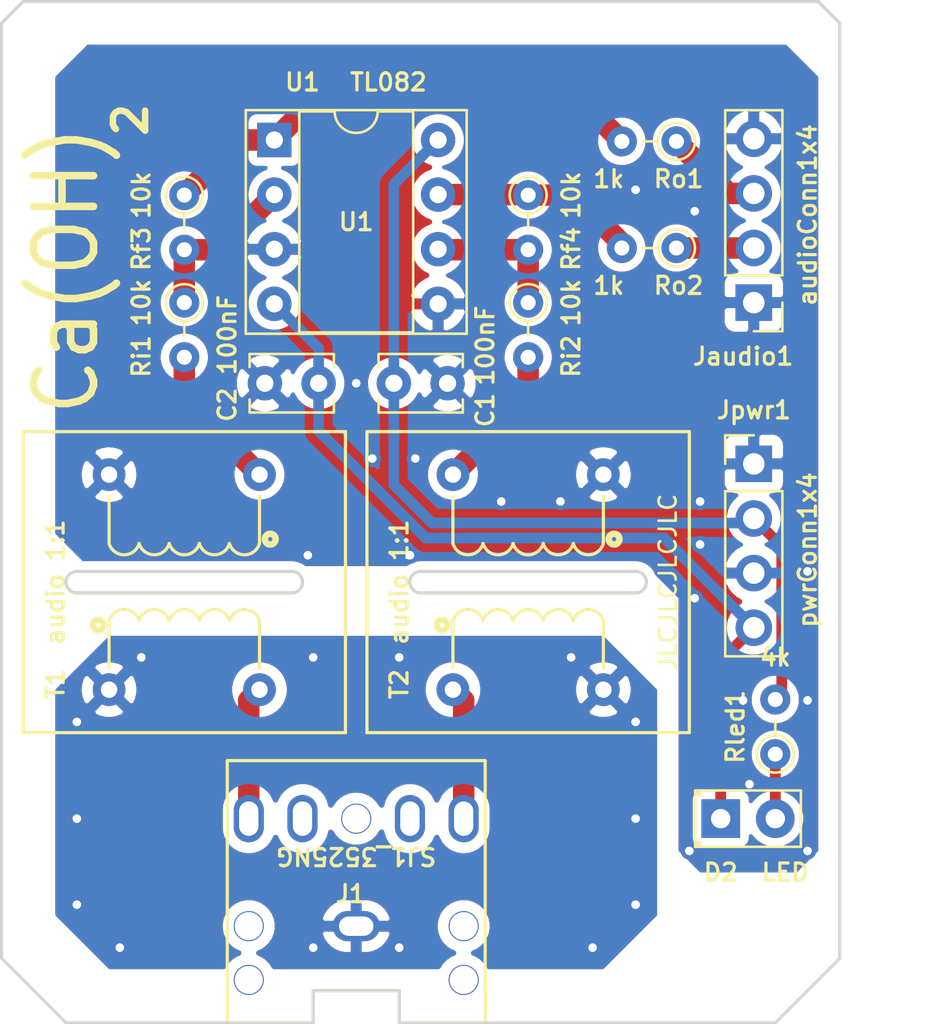
<source format=kicad_pcb>
(kicad_pcb (version 20171130) (host pcbnew "(5.1.9)-1")

  (general
    (thickness 1.6)
    (drawings 25)
    (tracks 79)
    (zones 0)
    (modules 16)
    (nets 16)
  )

  (page A4)
  (layers
    (0 F.Cu signal)
    (31 B.Cu signal)
    (32 B.Adhes user)
    (33 F.Adhes user)
    (34 B.Paste user)
    (35 F.Paste user)
    (36 B.SilkS user)
    (37 F.SilkS user)
    (38 B.Mask user)
    (39 F.Mask user)
    (40 Dwgs.User user)
    (41 Cmts.User user)
    (42 Eco1.User user)
    (43 Eco2.User user)
    (44 Edge.Cuts user)
    (45 Margin user)
    (46 B.CrtYd user)
    (47 F.CrtYd user)
    (48 B.Fab user)
    (49 F.Fab user)
  )

  (setup
    (last_trace_width 0.25)
    (user_trace_width 0.5)
    (user_trace_width 1)
    (trace_clearance 0.2)
    (zone_clearance 0.4)
    (zone_45_only no)
    (trace_min 0.2)
    (via_size 0.8)
    (via_drill 0.4)
    (via_min_size 0.4)
    (via_min_drill 0.3)
    (uvia_size 0.3)
    (uvia_drill 0.1)
    (uvias_allowed no)
    (uvia_min_size 0.2)
    (uvia_min_drill 0.1)
    (edge_width 0.15)
    (segment_width 0.2)
    (pcb_text_width 0.3)
    (pcb_text_size 1.5 1.5)
    (mod_edge_width 0.15)
    (mod_text_size 1 1)
    (mod_text_width 0.15)
    (pad_size 1.524 1.524)
    (pad_drill 0.762)
    (pad_to_mask_clearance 0)
    (aux_axis_origin 0 0)
    (visible_elements 7FFFFFFF)
    (pcbplotparams
      (layerselection 0x010fc_ffffffff)
      (usegerberextensions false)
      (usegerberattributes false)
      (usegerberadvancedattributes false)
      (creategerberjobfile false)
      (excludeedgelayer false)
      (linewidth 0.100000)
      (plotframeref false)
      (viasonmask false)
      (mode 1)
      (useauxorigin false)
      (hpglpennumber 1)
      (hpglpenspeed 20)
      (hpglpendiameter 15.000000)
      (psnegative false)
      (psa4output false)
      (plotreference true)
      (plotvalue true)
      (plotinvisibletext false)
      (padsonsilk true)
      (subtractmaskfromsilk false)
      (outputformat 1)
      (mirror false)
      (drillshape 0)
      (scaleselection 1)
      (outputdirectory "output/"))
  )

  (net 0 "")
  (net 1 /Input_Ground)
  (net 2 "Net-(J1-Pad2)")
  (net 3 "Net-(J1-Pad3)")
  (net 4 GND)
  (net 5 /Audio-Left)
  (net 6 /Audio-Right)
  (net 7 "Net-(Ri1-Pad2)")
  (net 8 "Net-(Ri2-Pad2)")
  (net 9 VCC)
  (net 10 VEE)
  (net 11 "Net-(D2-Pad2)")
  (net 12 "Net-(Rf4-Pad1)")
  (net 13 "Net-(Rf4-Pad2)")
  (net 14 "Net-(Rf3-Pad1)")
  (net 15 "Net-(Rf3-Pad2)")

  (net_class Default "This is the default net class."
    (clearance 0.2)
    (trace_width 0.25)
    (via_dia 0.8)
    (via_drill 0.4)
    (uvia_dia 0.3)
    (uvia_drill 0.1)
    (add_net /Audio-Left)
    (add_net /Audio-Right)
    (add_net /Input_Ground)
    (add_net GND)
    (add_net "Net-(D2-Pad2)")
    (add_net "Net-(J1-Pad2)")
    (add_net "Net-(J1-Pad3)")
    (add_net "Net-(Rf3-Pad1)")
    (add_net "Net-(Rf3-Pad2)")
    (add_net "Net-(Rf4-Pad1)")
    (add_net "Net-(Rf4-Pad2)")
    (add_net "Net-(Ri1-Pad2)")
    (add_net "Net-(Ri2-Pad2)")
    (add_net VCC)
    (add_net VEE)
  )

  (module LEDs:LED_D2.0mm_W4.8mm_H2.5mm_FlatTop (layer F.Cu) (tedit 5880A862) (tstamp 6041BB6D)
    (at 89.71 83.75)
    (descr "LED, Round, FlatTop,  Rectangular size 4.8x2.5mm^2 diameter 2.0mm, 2 pins, http://www.kingbright.com/attachments/file/psearch/000/00/00/L-13GD(Ver.11B).pdf")
    (tags "LED Round FlatTop  Rectangular size 4.8x2.5mm^2 diameter 2.0mm 2 pins")
    (path /60427905)
    (fp_text reference D2 (at 0 2.5) (layer F.SilkS)
      (effects (font (size 0.8 0.8) (thickness 0.15)))
    )
    (fp_text value LED (at 3 2.5) (layer F.SilkS)
      (effects (font (size 0.8 0.8) (thickness 0.15)))
    )
    (fp_line (start 4 -1.6) (end -1.45 -1.6) (layer F.CrtYd) (width 0.05))
    (fp_line (start 4 1.6) (end 4 -1.6) (layer F.CrtYd) (width 0.05))
    (fp_line (start -1.45 1.6) (end 4 1.6) (layer F.CrtYd) (width 0.05))
    (fp_line (start -1.45 -1.6) (end -1.45 1.6) (layer F.CrtYd) (width 0.05))
    (fp_line (start -0.95 1.08) (end -0.95 1.31) (layer F.SilkS) (width 0.12))
    (fp_line (start -0.95 -1.31) (end -0.95 -1.08) (layer F.SilkS) (width 0.12))
    (fp_line (start -1.07 1.08) (end -1.07 1.31) (layer F.SilkS) (width 0.12))
    (fp_line (start -1.07 -1.31) (end -1.07 -1.08) (layer F.SilkS) (width 0.12))
    (fp_line (start 3.73 -1.31) (end 3.73 1.31) (layer F.SilkS) (width 0.12))
    (fp_line (start -1.19 -1.31) (end -1.19 1.31) (layer F.SilkS) (width 0.12))
    (fp_line (start -1.19 1.31) (end 3.73 1.31) (layer F.SilkS) (width 0.12))
    (fp_line (start -1.19 -1.31) (end 3.73 -1.31) (layer F.SilkS) (width 0.12))
    (fp_line (start 3.67 -1.25) (end -1.13 -1.25) (layer F.Fab) (width 0.1))
    (fp_line (start 3.67 1.25) (end 3.67 -1.25) (layer F.Fab) (width 0.1))
    (fp_line (start -1.13 1.25) (end 3.67 1.25) (layer F.Fab) (width 0.1))
    (fp_line (start -1.13 -1.25) (end -1.13 1.25) (layer F.Fab) (width 0.1))
    (fp_circle (center 1.27 0) (end 2.27 0) (layer F.Fab) (width 0.1))
    (pad 1 thru_hole rect (at 0 0) (size 1.8 1.8) (drill 0.9) (layers *.Cu *.Mask)
      (net 10 VEE))
    (pad 2 thru_hole circle (at 2.54 0) (size 1.8 1.8) (drill 0.9) (layers *.Cu *.Mask)
      (net 11 "Net-(D2-Pad2)"))
    (model ${KISYS3DMOD}/LEDs.3dshapes/LED_D2.0mm_W4.8mm_H2.5mm_FlatTop.wrl
      (at (xyz 0 0 0))
      (scale (xyz 0.393701 0.393701 0.393701))
      (rotate (xyz 0 0 0))
    )
  )

  (module Resistors_THT:R_Axial_DIN0204_L3.6mm_D1.6mm_P2.54mm_Vertical (layer F.Cu) (tedit 5874F706) (tstamp 6041EE4D)
    (at 87.65 57.21 180)
    (descr "Resistor, Axial_DIN0204 series, Axial, Vertical, pin pitch=2.54mm, 0.16666666666666666W = 1/6W, length*diameter=3.6*1.6mm^2, http://cdn-reichelt.de/documents/datenblatt/B400/1_4W%23YAG.pdf")
    (tags "Resistor Axial_DIN0204 series Axial Vertical pin pitch 2.54mm 0.16666666666666666W = 1/6W length 3.6mm diameter 1.6mm")
    (path /603A0AF6)
    (fp_text reference Ro2 (at -0.1 -1.75) (layer F.SilkS)
      (effects (font (size 0.8 0.8) (thickness 0.15)))
    )
    (fp_text value 1k (at 3.15 -1.75) (layer F.SilkS)
      (effects (font (size 0.8 0.8) (thickness 0.15)))
    )
    (fp_circle (center 0 0) (end 0.8 0) (layer F.Fab) (width 0.1))
    (fp_circle (center 0 0) (end 0.86 0) (layer F.SilkS) (width 0.12))
    (fp_line (start 0 0) (end 2.54 0) (layer F.Fab) (width 0.1))
    (fp_line (start 0.86 0) (end 1.54 0) (layer F.SilkS) (width 0.12))
    (fp_line (start -1.15 -1.15) (end -1.15 1.15) (layer F.CrtYd) (width 0.05))
    (fp_line (start -1.15 1.15) (end 3.55 1.15) (layer F.CrtYd) (width 0.05))
    (fp_line (start 3.55 1.15) (end 3.55 -1.15) (layer F.CrtYd) (width 0.05))
    (fp_line (start 3.55 -1.15) (end -1.15 -1.15) (layer F.CrtYd) (width 0.05))
    (pad 1 thru_hole circle (at 0 0 180) (size 1.4 1.4) (drill 0.7) (layers *.Cu *.Mask)
      (net 5 /Audio-Left))
    (pad 2 thru_hole oval (at 2.54 0 180) (size 1.4 1.4) (drill 0.7) (layers *.Cu *.Mask)
      (net 12 "Net-(Rf4-Pad1)"))
    (model ${KISYS3DMOD}/Resistors_THT.3dshapes/R_Axial_DIN0204_L3.6mm_D1.6mm_P2.54mm_Vertical.wrl
      (at (xyz 0 0 0))
      (scale (xyz 0.393701 0.393701 0.393701))
      (rotate (xyz 0 0 0))
    )
  )

  (module Resistors_THT:R_Axial_DIN0204_L3.6mm_D1.6mm_P2.54mm_Vertical (layer F.Cu) (tedit 5874F706) (tstamp 6041F879)
    (at 87.65 52.25 180)
    (descr "Resistor, Axial_DIN0204 series, Axial, Vertical, pin pitch=2.54mm, 0.16666666666666666W = 1/6W, length*diameter=3.6*1.6mm^2, http://cdn-reichelt.de/documents/datenblatt/B400/1_4W%23YAG.pdf")
    (tags "Resistor Axial_DIN0204 series Axial Vertical pin pitch 2.54mm 0.16666666666666666W = 1/6W length 3.6mm diameter 1.6mm")
    (path /603A08D0)
    (fp_text reference Ro1 (at -0.1 -1.75) (layer F.SilkS)
      (effects (font (size 0.8 0.8) (thickness 0.15)))
    )
    (fp_text value 1k (at 3.15 -1.75) (layer F.SilkS)
      (effects (font (size 0.8 0.8) (thickness 0.15)))
    )
    (fp_circle (center 0 0) (end 0.8 0) (layer F.Fab) (width 0.1))
    (fp_circle (center 0 0) (end 0.86 0) (layer F.SilkS) (width 0.12))
    (fp_line (start 0 0) (end 2.54 0) (layer F.Fab) (width 0.1))
    (fp_line (start 0.86 0) (end 1.54 0) (layer F.SilkS) (width 0.12))
    (fp_line (start -1.15 -1.15) (end -1.15 1.15) (layer F.CrtYd) (width 0.05))
    (fp_line (start -1.15 1.15) (end 3.55 1.15) (layer F.CrtYd) (width 0.05))
    (fp_line (start 3.55 1.15) (end 3.55 -1.15) (layer F.CrtYd) (width 0.05))
    (fp_line (start 3.55 -1.15) (end -1.15 -1.15) (layer F.CrtYd) (width 0.05))
    (pad 1 thru_hole circle (at 0 0 180) (size 1.4 1.4) (drill 0.7) (layers *.Cu *.Mask)
      (net 6 /Audio-Right))
    (pad 2 thru_hole oval (at 2.54 0 180) (size 1.4 1.4) (drill 0.7) (layers *.Cu *.Mask)
      (net 14 "Net-(Rf3-Pad1)"))
    (model ${KISYS3DMOD}/Resistors_THT.3dshapes/R_Axial_DIN0204_L3.6mm_D1.6mm_P2.54mm_Vertical.wrl
      (at (xyz 0 0 0))
      (scale (xyz 0.393701 0.393701 0.393701))
      (rotate (xyz 0 0 0))
    )
  )

  (module Resistors_THT:R_Axial_DIN0204_L3.6mm_D1.6mm_P2.54mm_Vertical (layer F.Cu) (tedit 5874F706) (tstamp 6041BC7A)
    (at 92.25 80.75 90)
    (descr "Resistor, Axial_DIN0204 series, Axial, Vertical, pin pitch=2.54mm, 0.16666666666666666W = 1/6W, length*diameter=3.6*1.6mm^2, http://cdn-reichelt.de/documents/datenblatt/B400/1_4W%23YAG.pdf")
    (tags "Resistor Axial_DIN0204 series Axial Vertical pin pitch 2.54mm 0.16666666666666666W = 1/6W length 3.6mm diameter 1.6mm")
    (path /60428DF9)
    (fp_text reference Rled1 (at 1.27 -1.86 90) (layer F.SilkS)
      (effects (font (size 0.8 0.8) (thickness 0.15)))
    )
    (fp_text value 4k (at 4.5 0 180) (layer F.SilkS)
      (effects (font (size 0.8 0.8) (thickness 0.15)))
    )
    (fp_circle (center 0 0) (end 0.8 0) (layer F.Fab) (width 0.1))
    (fp_circle (center 0 0) (end 0.86 0) (layer F.SilkS) (width 0.12))
    (fp_line (start 0 0) (end 2.54 0) (layer F.Fab) (width 0.1))
    (fp_line (start 0.86 0) (end 1.54 0) (layer F.SilkS) (width 0.12))
    (fp_line (start -1.15 -1.15) (end -1.15 1.15) (layer F.CrtYd) (width 0.05))
    (fp_line (start -1.15 1.15) (end 3.55 1.15) (layer F.CrtYd) (width 0.05))
    (fp_line (start 3.55 1.15) (end 3.55 -1.15) (layer F.CrtYd) (width 0.05))
    (fp_line (start 3.55 -1.15) (end -1.15 -1.15) (layer F.CrtYd) (width 0.05))
    (pad 1 thru_hole circle (at 0 0 90) (size 1.4 1.4) (drill 0.7) (layers *.Cu *.Mask)
      (net 11 "Net-(D2-Pad2)"))
    (pad 2 thru_hole oval (at 2.54 0 90) (size 1.4 1.4) (drill 0.7) (layers *.Cu *.Mask)
      (net 9 VCC))
    (model ${KISYS3DMOD}/Resistors_THT.3dshapes/R_Axial_DIN0204_L3.6mm_D1.6mm_P2.54mm_Vertical.wrl
      (at (xyz 0 0 0))
      (scale (xyz 0.393701 0.393701 0.393701))
      (rotate (xyz 0 0 0))
    )
  )

  (module Resistors_THT:R_Axial_DIN0204_L3.6mm_D1.6mm_P2.54mm_Vertical (layer F.Cu) (tedit 5874F706) (tstamp 60420D6A)
    (at 80.75 59.75 270)
    (descr "Resistor, Axial_DIN0204 series, Axial, Vertical, pin pitch=2.54mm, 0.16666666666666666W = 1/6W, length*diameter=3.6*1.6mm^2, http://cdn-reichelt.de/documents/datenblatt/B400/1_4W%23YAG.pdf")
    (tags "Resistor Axial_DIN0204 series Axial Vertical pin pitch 2.54mm 0.16666666666666666W = 1/6W length 3.6mm diameter 1.6mm")
    (path /6039EAAB)
    (fp_text reference Ri2 (at 2.5 -2 90) (layer F.SilkS)
      (effects (font (size 0.8 0.8) (thickness 0.15)))
    )
    (fp_text value 10k (at 0 -2 90) (layer F.SilkS)
      (effects (font (size 0.8 0.8) (thickness 0.15)))
    )
    (fp_circle (center 0 0) (end 0.8 0) (layer F.Fab) (width 0.1))
    (fp_circle (center 0 0) (end 0.86 0) (layer F.SilkS) (width 0.12))
    (fp_line (start 0 0) (end 2.54 0) (layer F.Fab) (width 0.1))
    (fp_line (start 0.86 0) (end 1.54 0) (layer F.SilkS) (width 0.12))
    (fp_line (start -1.15 -1.15) (end -1.15 1.15) (layer F.CrtYd) (width 0.05))
    (fp_line (start -1.15 1.15) (end 3.55 1.15) (layer F.CrtYd) (width 0.05))
    (fp_line (start 3.55 1.15) (end 3.55 -1.15) (layer F.CrtYd) (width 0.05))
    (fp_line (start 3.55 -1.15) (end -1.15 -1.15) (layer F.CrtYd) (width 0.05))
    (pad 1 thru_hole circle (at 0 0 270) (size 1.4 1.4) (drill 0.7) (layers *.Cu *.Mask)
      (net 13 "Net-(Rf4-Pad2)"))
    (pad 2 thru_hole oval (at 2.54 0 270) (size 1.4 1.4) (drill 0.7) (layers *.Cu *.Mask)
      (net 8 "Net-(Ri2-Pad2)"))
    (model ${KISYS3DMOD}/Resistors_THT.3dshapes/R_Axial_DIN0204_L3.6mm_D1.6mm_P2.54mm_Vertical.wrl
      (at (xyz 0 0 0))
      (scale (xyz 0.393701 0.393701 0.393701))
      (rotate (xyz 0 0 0))
    )
  )

  (module Resistors_THT:R_Axial_DIN0204_L3.6mm_D1.6mm_P2.54mm_Vertical (layer F.Cu) (tedit 5874F706) (tstamp 604205B3)
    (at 64.75 59.75 270)
    (descr "Resistor, Axial_DIN0204 series, Axial, Vertical, pin pitch=2.54mm, 0.16666666666666666W = 1/6W, length*diameter=3.6*1.6mm^2, http://cdn-reichelt.de/documents/datenblatt/B400/1_4W%23YAG.pdf")
    (tags "Resistor Axial_DIN0204 series Axial Vertical pin pitch 2.54mm 0.16666666666666666W = 1/6W length 3.6mm diameter 1.6mm")
    (path /6039F554)
    (fp_text reference Ri1 (at 2.5 2 90) (layer F.SilkS)
      (effects (font (size 0.8 0.8) (thickness 0.15)))
    )
    (fp_text value 10k (at 0 2 90) (layer F.SilkS)
      (effects (font (size 0.8 0.8) (thickness 0.15)))
    )
    (fp_circle (center 0 0) (end 0.8 0) (layer F.Fab) (width 0.1))
    (fp_circle (center 0 0) (end 0.86 0) (layer F.SilkS) (width 0.12))
    (fp_line (start 0 0) (end 2.54 0) (layer F.Fab) (width 0.1))
    (fp_line (start 0.86 0) (end 1.54 0) (layer F.SilkS) (width 0.12))
    (fp_line (start -1.15 -1.15) (end -1.15 1.15) (layer F.CrtYd) (width 0.05))
    (fp_line (start -1.15 1.15) (end 3.55 1.15) (layer F.CrtYd) (width 0.05))
    (fp_line (start 3.55 1.15) (end 3.55 -1.15) (layer F.CrtYd) (width 0.05))
    (fp_line (start 3.55 -1.15) (end -1.15 -1.15) (layer F.CrtYd) (width 0.05))
    (pad 1 thru_hole circle (at 0 0 270) (size 1.4 1.4) (drill 0.7) (layers *.Cu *.Mask)
      (net 15 "Net-(Rf3-Pad2)"))
    (pad 2 thru_hole oval (at 2.54 0 270) (size 1.4 1.4) (drill 0.7) (layers *.Cu *.Mask)
      (net 7 "Net-(Ri1-Pad2)"))
    (model ${KISYS3DMOD}/Resistors_THT.3dshapes/R_Axial_DIN0204_L3.6mm_D1.6mm_P2.54mm_Vertical.wrl
      (at (xyz 0 0 0))
      (scale (xyz 0.393701 0.393701 0.393701))
      (rotate (xyz 0 0 0))
    )
  )

  (module Resistors_THT:R_Axial_DIN0204_L3.6mm_D1.6mm_P2.54mm_Vertical (layer F.Cu) (tedit 5874F706) (tstamp 60420D43)
    (at 80.75 54.75 270)
    (descr "Resistor, Axial_DIN0204 series, Axial, Vertical, pin pitch=2.54mm, 0.16666666666666666W = 1/6W, length*diameter=3.6*1.6mm^2, http://cdn-reichelt.de/documents/datenblatt/B400/1_4W%23YAG.pdf")
    (tags "Resistor Axial_DIN0204 series Axial Vertical pin pitch 2.54mm 0.16666666666666666W = 1/6W length 3.6mm diameter 1.6mm")
    (path /6039EA0A)
    (fp_text reference Rf4 (at 2.5 -2 90) (layer F.SilkS)
      (effects (font (size 0.8 0.8) (thickness 0.15)))
    )
    (fp_text value 10k (at 0 -2 90) (layer F.SilkS)
      (effects (font (size 0.8 0.8) (thickness 0.15)))
    )
    (fp_circle (center 0 0) (end 0.8 0) (layer F.Fab) (width 0.1))
    (fp_circle (center 0 0) (end 0.86 0) (layer F.SilkS) (width 0.12))
    (fp_line (start 0 0) (end 2.54 0) (layer F.Fab) (width 0.1))
    (fp_line (start 0.86 0) (end 1.54 0) (layer F.SilkS) (width 0.12))
    (fp_line (start -1.15 -1.15) (end -1.15 1.15) (layer F.CrtYd) (width 0.05))
    (fp_line (start -1.15 1.15) (end 3.55 1.15) (layer F.CrtYd) (width 0.05))
    (fp_line (start 3.55 1.15) (end 3.55 -1.15) (layer F.CrtYd) (width 0.05))
    (fp_line (start 3.55 -1.15) (end -1.15 -1.15) (layer F.CrtYd) (width 0.05))
    (pad 1 thru_hole circle (at 0 0 270) (size 1.4 1.4) (drill 0.7) (layers *.Cu *.Mask)
      (net 12 "Net-(Rf4-Pad1)"))
    (pad 2 thru_hole oval (at 2.54 0 270) (size 1.4 1.4) (drill 0.7) (layers *.Cu *.Mask)
      (net 13 "Net-(Rf4-Pad2)"))
    (model ${KISYS3DMOD}/Resistors_THT.3dshapes/R_Axial_DIN0204_L3.6mm_D1.6mm_P2.54mm_Vertical.wrl
      (at (xyz 0 0 0))
      (scale (xyz 0.393701 0.393701 0.393701))
      (rotate (xyz 0 0 0))
    )
  )

  (module Resistors_THT:R_Axial_DIN0204_L3.6mm_D1.6mm_P2.54mm_Vertical (layer F.Cu) (tedit 5874F706) (tstamp 6042058C)
    (at 64.75 54.75 270)
    (descr "Resistor, Axial_DIN0204 series, Axial, Vertical, pin pitch=2.54mm, 0.16666666666666666W = 1/6W, length*diameter=3.6*1.6mm^2, http://cdn-reichelt.de/documents/datenblatt/B400/1_4W%23YAG.pdf")
    (tags "Resistor Axial_DIN0204 series Axial Vertical pin pitch 2.54mm 0.16666666666666666W = 1/6W length 3.6mm diameter 1.6mm")
    (path /6039F54D)
    (fp_text reference Rf3 (at 2.5 2 90) (layer F.SilkS)
      (effects (font (size 0.8 0.8) (thickness 0.15)))
    )
    (fp_text value 10k (at 0 2 90) (layer F.SilkS)
      (effects (font (size 0.8 0.8) (thickness 0.15)))
    )
    (fp_circle (center 0 0) (end 0.8 0) (layer F.Fab) (width 0.1))
    (fp_circle (center 0 0) (end 0.86 0) (layer F.SilkS) (width 0.12))
    (fp_line (start 0 0) (end 2.54 0) (layer F.Fab) (width 0.1))
    (fp_line (start 0.86 0) (end 1.54 0) (layer F.SilkS) (width 0.12))
    (fp_line (start -1.15 -1.15) (end -1.15 1.15) (layer F.CrtYd) (width 0.05))
    (fp_line (start -1.15 1.15) (end 3.55 1.15) (layer F.CrtYd) (width 0.05))
    (fp_line (start 3.55 1.15) (end 3.55 -1.15) (layer F.CrtYd) (width 0.05))
    (fp_line (start 3.55 -1.15) (end -1.15 -1.15) (layer F.CrtYd) (width 0.05))
    (pad 1 thru_hole circle (at 0 0 270) (size 1.4 1.4) (drill 0.7) (layers *.Cu *.Mask)
      (net 14 "Net-(Rf3-Pad1)"))
    (pad 2 thru_hole oval (at 2.54 0 270) (size 1.4 1.4) (drill 0.7) (layers *.Cu *.Mask)
      (net 15 "Net-(Rf3-Pad2)"))
    (model ${KISYS3DMOD}/Resistors_THT.3dshapes/R_Axial_DIN0204_L3.6mm_D1.6mm_P2.54mm_Vertical.wrl
      (at (xyz 0 0 0))
      (scale (xyz 0.393701 0.393701 0.393701))
      (rotate (xyz 0 0 0))
    )
  )

  (module "MISC:Audio Barral SJ1-3525NG" (layer F.Cu) (tedit 603F4C61) (tstamp 60498DE4)
    (at 72.75 88.75 90)
    (path /604F240F)
    (fp_text reference J1 (at 1.5 -0.25) (layer F.SilkS)
      (effects (font (size 0.8 0.8) (thickness 0.15)))
    )
    (fp_text value SJ1_3525NG (at 3.25 0 180 unlocked) (layer F.SilkS)
      (effects (font (size 0.8 0.8) (thickness 0.15)))
    )
    (fp_line (start -3 -2) (end -3 2) (layer F.SilkS) (width 0.15))
    (fp_line (start -4.5 6) (end -4.5 2) (layer F.SilkS) (width 0.15))
    (fp_line (start -3 2) (end -4.5 2) (layer F.SilkS) (width 0.15))
    (fp_line (start -4.5 6) (end 7.7 6) (layer F.SilkS) (width 0.15))
    (fp_line (start -4.5 -6) (end -4.5 -2) (layer F.SilkS) (width 0.15))
    (fp_line (start -3 -2) (end -4.5 -2) (layer F.SilkS) (width 0.15))
    (fp_line (start 7.7 -6) (end 7.7 6) (layer F.SilkS) (width 0.15))
    (fp_line (start -4.5 -6) (end 7.7 -6) (layer F.SilkS) (width 0.15))
    (pad 5 thru_hole oval (at 5 -2.5 90) (size 2.2 1.4) (drill oval 1.6 0.9) (layers *.Cu *.Mask))
    (pad "" np_thru_hole circle (at 0 -5 90) (size 1.4 1.4) (drill 1.3) (layers *.Cu *.Mask))
    (pad "" np_thru_hole circle (at -2.5 -5 90) (size 1.4 1.4) (drill 1.3) (layers *.Cu *.Mask))
    (pad "" np_thru_hole circle (at -2.5 5 90) (size 1.4 1.4) (drill 1.3) (layers *.Cu *.Mask))
    (pad "" np_thru_hole circle (at 0 5 90) (size 1.4 1.4) (drill 1.3) (layers *.Cu *.Mask))
    (pad "" np_thru_hole circle (at 5 0 90) (size 1.4 1.4) (drill 1.3) (layers *.Cu *.Mask))
    (pad 4 thru_hole oval (at 5 2.5 90) (size 2.2 1.4) (drill oval 1.6 0.9) (layers *.Cu *.Mask))
    (pad 3 thru_hole oval (at 5 -5 90) (size 2.2 1.4) (drill oval 1.6 0.9) (layers *.Cu *.Mask)
      (net 3 "Net-(J1-Pad3)"))
    (pad 2 thru_hole oval (at 5 5 90) (size 2.2 1.4) (drill oval 1.6 0.9) (layers *.Cu *.Mask)
      (net 2 "Net-(J1-Pad2)"))
    (pad 1 thru_hole oval (at 0 0 90) (size 1.4 2.2) (drill oval 0.9 1.6) (layers *.Cu *.Mask)
      (net 1 /Input_Ground))
  )

  (module Capacitors_THT:C_Disc_D3.8mm_W2.6mm_P2.50mm (layer F.Cu) (tedit 597BC7C2) (tstamp 604208AC)
    (at 68.5 63.5)
    (descr "C, Disc series, Radial, pin pitch=2.50mm, , diameter*width=3.8*2.6mm^2, Capacitor, http://www.vishay.com/docs/45233/krseries.pdf")
    (tags "C Disc series Radial pin pitch 2.50mm  diameter 3.8mm width 2.6mm Capacitor")
    (path /6050D365)
    (fp_text reference C2 (at -1.75 1 -90) (layer F.SilkS)
      (effects (font (size 0.8 0.8) (thickness 0.15)))
    )
    (fp_text value 100nF (at -1.75 -2.25 -270) (layer F.SilkS)
      (effects (font (size 0.8 0.8) (thickness 0.15)))
    )
    (fp_line (start -0.65 -1.3) (end -0.65 1.3) (layer F.Fab) (width 0.1))
    (fp_line (start -0.65 1.3) (end 3.15 1.3) (layer F.Fab) (width 0.1))
    (fp_line (start 3.15 1.3) (end 3.15 -1.3) (layer F.Fab) (width 0.1))
    (fp_line (start 3.15 -1.3) (end -0.65 -1.3) (layer F.Fab) (width 0.1))
    (fp_line (start -0.71 -1.36) (end 3.21 -1.36) (layer F.SilkS) (width 0.12))
    (fp_line (start -0.71 1.36) (end 3.21 1.36) (layer F.SilkS) (width 0.12))
    (fp_line (start -0.71 -1.36) (end -0.71 -0.75) (layer F.SilkS) (width 0.12))
    (fp_line (start -0.71 0.75) (end -0.71 1.36) (layer F.SilkS) (width 0.12))
    (fp_line (start 3.21 -1.36) (end 3.21 -0.75) (layer F.SilkS) (width 0.12))
    (fp_line (start 3.21 0.75) (end 3.21 1.36) (layer F.SilkS) (width 0.12))
    (fp_line (start -1.05 -1.65) (end -1.05 1.65) (layer F.CrtYd) (width 0.05))
    (fp_line (start -1.05 1.65) (end 3.55 1.65) (layer F.CrtYd) (width 0.05))
    (fp_line (start 3.55 1.65) (end 3.55 -1.65) (layer F.CrtYd) (width 0.05))
    (fp_line (start 3.55 -1.65) (end -1.05 -1.65) (layer F.CrtYd) (width 0.05))
    (pad 1 thru_hole circle (at 0 0) (size 1.6 1.6) (drill 0.8) (layers *.Cu *.Mask)
      (net 4 GND))
    (pad 2 thru_hole circle (at 2.5 0) (size 1.6 1.6) (drill 0.8) (layers *.Cu *.Mask)
      (net 10 VEE))
    (model ${KISYS3DMOD}/Capacitors_THT.3dshapes/C_Disc_D3.8mm_W2.6mm_P2.50mm.wrl
      (at (xyz 0 0 0))
      (scale (xyz 1 1 1))
      (rotate (xyz 0 0 0))
    )
  )

  (module Capacitors_THT:C_Disc_D3.8mm_W2.6mm_P2.50mm (layer F.Cu) (tedit 597BC7C2) (tstamp 60420608)
    (at 74.5 63.5)
    (descr "C, Disc series, Radial, pin pitch=2.50mm, , diameter*width=3.8*2.6mm^2, Capacitor, http://www.vishay.com/docs/45233/krseries.pdf")
    (tags "C Disc series Radial pin pitch 2.50mm  diameter 3.8mm width 2.6mm Capacitor")
    (path /60517736)
    (fp_text reference C1 (at 4.25 1.25 -90) (layer F.SilkS)
      (effects (font (size 0.8 0.8) (thickness 0.15)))
    )
    (fp_text value 100nF (at 4.25 -1.75 -270) (layer F.SilkS)
      (effects (font (size 0.8 0.8) (thickness 0.15)))
    )
    (fp_line (start -0.65 -1.3) (end -0.65 1.3) (layer F.Fab) (width 0.1))
    (fp_line (start -0.65 1.3) (end 3.15 1.3) (layer F.Fab) (width 0.1))
    (fp_line (start 3.15 1.3) (end 3.15 -1.3) (layer F.Fab) (width 0.1))
    (fp_line (start 3.15 -1.3) (end -0.65 -1.3) (layer F.Fab) (width 0.1))
    (fp_line (start -0.71 -1.36) (end 3.21 -1.36) (layer F.SilkS) (width 0.12))
    (fp_line (start -0.71 1.36) (end 3.21 1.36) (layer F.SilkS) (width 0.12))
    (fp_line (start -0.71 -1.36) (end -0.71 -0.75) (layer F.SilkS) (width 0.12))
    (fp_line (start -0.71 0.75) (end -0.71 1.36) (layer F.SilkS) (width 0.12))
    (fp_line (start 3.21 -1.36) (end 3.21 -0.75) (layer F.SilkS) (width 0.12))
    (fp_line (start 3.21 0.75) (end 3.21 1.36) (layer F.SilkS) (width 0.12))
    (fp_line (start -1.05 -1.65) (end -1.05 1.65) (layer F.CrtYd) (width 0.05))
    (fp_line (start -1.05 1.65) (end 3.55 1.65) (layer F.CrtYd) (width 0.05))
    (fp_line (start 3.55 1.65) (end 3.55 -1.65) (layer F.CrtYd) (width 0.05))
    (fp_line (start 3.55 -1.65) (end -1.05 -1.65) (layer F.CrtYd) (width 0.05))
    (pad 1 thru_hole circle (at 0 0) (size 1.6 1.6) (drill 0.8) (layers *.Cu *.Mask)
      (net 9 VCC))
    (pad 2 thru_hole circle (at 2.5 0) (size 1.6 1.6) (drill 0.8) (layers *.Cu *.Mask)
      (net 4 GND))
    (model ${KISYS3DMOD}/Capacitors_THT.3dshapes/C_Disc_D3.8mm_W2.6mm_P2.50mm.wrl
      (at (xyz 0 0 0))
      (scale (xyz 1 1 1))
      (rotate (xyz 0 0 0))
    )
  )

  (module Housings_DIP:DIP-8_W7.62mm_Socket (layer F.Cu) (tedit 6041B9FA) (tstamp 60420512)
    (at 72.75 55.5)
    (descr "8-lead though-hole mounted DIP package, row spacing 7.62 mm (300 mils), Socket")
    (tags "THT DIP DIL PDIP 2.54mm 7.62mm 300mil Socket")
    (path /6039E91B)
    (fp_text reference U1 (at -2.5 -6) (layer F.SilkS)
      (effects (font (size 0.8 0.8) (thickness 0.15)))
    )
    (fp_text value TL082 (at 1.5 -6) (layer F.SilkS)
      (effects (font (size 0.8 0.8) (thickness 0.15)))
    )
    (fp_line (start -2.175 -4.5835) (end 3.175 -4.5835) (layer F.Fab) (width 0.1))
    (fp_line (start 3.175 -4.5835) (end 3.175 5.5765) (layer F.Fab) (width 0.1))
    (fp_line (start 3.175 5.5765) (end -3.175 5.5765) (layer F.Fab) (width 0.1))
    (fp_line (start -3.175 5.5765) (end -3.175 -3.5835) (layer F.Fab) (width 0.1))
    (fp_line (start -3.175 -3.5835) (end -2.175 -4.5835) (layer F.Fab) (width 0.1))
    (fp_line (start -5.08 -4.6435) (end -5.08 5.6365) (layer F.Fab) (width 0.1))
    (fp_line (start -5.08 5.6365) (end 5.08 5.6365) (layer F.Fab) (width 0.1))
    (fp_line (start 5.08 5.6365) (end 5.08 -4.6435) (layer F.Fab) (width 0.1))
    (fp_line (start 5.08 -4.6435) (end -5.08 -4.6435) (layer F.Fab) (width 0.1))
    (fp_line (start -1 -4.6435) (end -2.65 -4.6435) (layer F.SilkS) (width 0.12))
    (fp_line (start -2.65 -4.6435) (end -2.65 5.6365) (layer F.SilkS) (width 0.12))
    (fp_line (start -2.65 5.6365) (end 2.65 5.6365) (layer F.SilkS) (width 0.12))
    (fp_line (start 2.65 5.6365) (end 2.65 -4.6435) (layer F.SilkS) (width 0.12))
    (fp_line (start 2.65 -4.6435) (end 1 -4.6435) (layer F.SilkS) (width 0.12))
    (fp_line (start -5.14 -4.7035) (end -5.14 5.6965) (layer F.SilkS) (width 0.12))
    (fp_line (start -5.14 5.6965) (end 5.14 5.6965) (layer F.SilkS) (width 0.12))
    (fp_line (start 5.14 5.6965) (end 5.14 -4.7035) (layer F.SilkS) (width 0.12))
    (fp_line (start 5.14 -4.7035) (end -5.14 -4.7035) (layer F.SilkS) (width 0.12))
    (fp_line (start -5.36 -4.9135) (end -5.36 5.8865) (layer F.CrtYd) (width 0.05))
    (fp_line (start -5.36 5.8865) (end 5.34 5.8865) (layer F.CrtYd) (width 0.05))
    (fp_line (start 5.34 5.8865) (end 5.34 -4.9135) (layer F.CrtYd) (width 0.05))
    (fp_line (start 5.34 -4.9135) (end -5.36 -4.9135) (layer F.CrtYd) (width 0.05))
    (fp_text user %R (at 0 0.4965) (layer F.SilkS)
      (effects (font (size 0.8 0.8) (thickness 0.15)))
    )
    (fp_arc (start 0 -4.6435) (end -1 -4.6435) (angle -180) (layer F.SilkS) (width 0.12))
    (pad 8 thru_hole oval (at 3.81 -3.3135) (size 1.6 1.6) (drill 0.8) (layers *.Cu *.Mask)
      (net 9 VCC))
    (pad 4 thru_hole oval (at -3.81 4.3065) (size 1.6 1.6) (drill 0.8) (layers *.Cu *.Mask)
      (net 10 VEE))
    (pad 7 thru_hole oval (at 3.81 -0.7735) (size 1.6 1.6) (drill 0.8) (layers *.Cu *.Mask)
      (net 12 "Net-(Rf4-Pad1)"))
    (pad 3 thru_hole oval (at -3.81 1.7665) (size 1.6 1.6) (drill 0.8) (layers *.Cu *.Mask)
      (net 4 GND))
    (pad 6 thru_hole oval (at 3.81 1.7665) (size 1.6 1.6) (drill 0.8) (layers *.Cu *.Mask)
      (net 13 "Net-(Rf4-Pad2)"))
    (pad 2 thru_hole oval (at -3.81 -0.7735) (size 1.6 1.6) (drill 0.8) (layers *.Cu *.Mask)
      (net 15 "Net-(Rf3-Pad2)"))
    (pad 5 thru_hole oval (at 3.81 4.3065) (size 1.6 1.6) (drill 0.8) (layers *.Cu *.Mask)
      (net 4 GND))
    (pad 1 thru_hole rect (at -3.81 -3.3135) (size 1.6 1.6) (drill 0.8) (layers *.Cu *.Mask)
      (net 14 "Net-(Rf3-Pad1)"))
    (model ${KISYS3DMOD}/Housings_DIP.3dshapes/DIP-8_W7.62mm_Socket.wrl
      (at (xyz 0 0 0))
      (scale (xyz 1 1 1))
      (rotate (xyz 0 0 0))
    )
  )

  (module Socket_Strips:Socket_Strip_Straight_1x04_Pitch2.54mm (layer F.Cu) (tedit 58CD5446) (tstamp 6049C66B)
    (at 91.25 59.75 180)
    (descr "Through hole straight socket strip, 1x04, 2.54mm pitch, single row")
    (tags "Through hole socket strip THT 1x04 2.54mm single row")
    (path /603A20E7)
    (fp_text reference Jaudio1 (at 0.5 -2.5) (layer F.SilkS)
      (effects (font (size 0.8 0.8) (thickness 0.15)))
    )
    (fp_text value audioConn1x4 (at -2.5 4.08 90) (layer F.SilkS)
      (effects (font (size 0.8 0.8) (thickness 0.15)))
    )
    (fp_line (start -1.27 -1.27) (end -1.27 8.89) (layer F.Fab) (width 0.1))
    (fp_line (start -1.27 8.89) (end 1.27 8.89) (layer F.Fab) (width 0.1))
    (fp_line (start 1.27 8.89) (end 1.27 -1.27) (layer F.Fab) (width 0.1))
    (fp_line (start 1.27 -1.27) (end -1.27 -1.27) (layer F.Fab) (width 0.1))
    (fp_line (start -1.33 1.27) (end -1.33 8.95) (layer F.SilkS) (width 0.12))
    (fp_line (start -1.33 8.95) (end 1.33 8.95) (layer F.SilkS) (width 0.12))
    (fp_line (start 1.33 8.95) (end 1.33 1.27) (layer F.SilkS) (width 0.12))
    (fp_line (start 1.33 1.27) (end -1.33 1.27) (layer F.SilkS) (width 0.12))
    (fp_line (start -1.33 0) (end -1.33 -1.33) (layer F.SilkS) (width 0.12))
    (fp_line (start -1.33 -1.33) (end 0 -1.33) (layer F.SilkS) (width 0.12))
    (fp_line (start -1.8 -1.8) (end -1.8 9.4) (layer F.CrtYd) (width 0.05))
    (fp_line (start -1.8 9.4) (end 1.8 9.4) (layer F.CrtYd) (width 0.05))
    (fp_line (start 1.8 9.4) (end 1.8 -1.8) (layer F.CrtYd) (width 0.05))
    (fp_line (start 1.8 -1.8) (end -1.8 -1.8) (layer F.CrtYd) (width 0.05))
    (pad 4 thru_hole oval (at 0 7.62 180) (size 1.7 1.7) (drill 1) (layers *.Cu *.Mask)
      (net 4 GND))
    (pad 3 thru_hole oval (at 0 5.08 180) (size 1.7 1.7) (drill 1) (layers *.Cu *.Mask)
      (net 6 /Audio-Right))
    (pad 2 thru_hole oval (at 0 2.54 180) (size 1.7 1.7) (drill 1) (layers *.Cu *.Mask)
      (net 5 /Audio-Left))
    (pad 1 thru_hole rect (at 0 0 180) (size 1.7 1.7) (drill 1) (layers *.Cu *.Mask)
      (net 4 GND))
    (model ${KISYS3DMOD}/Socket_Strips.3dshapes/Socket_Strip_Straight_1x04_Pitch2.54mm.wrl
      (offset (xyz 0 -3.809999942779541 0))
      (scale (xyz 1 1 1))
      (rotate (xyz 0 0 270))
    )
  )

  (module Socket_Strips:Socket_Strip_Straight_1x04_Pitch2.54mm (layer F.Cu) (tedit 58CD5446) (tstamp 604000F7)
    (at 91.25 67.25)
    (descr "Through hole straight socket strip, 1x04, 2.54mm pitch, single row")
    (tags "Through hole socket strip THT 1x04 2.54mm single row")
    (path /6040EB4A)
    (fp_text reference Jpwr1 (at 0 -2.5) (layer F.SilkS)
      (effects (font (size 0.8 0.8) (thickness 0.15)))
    )
    (fp_text value pwrConn1x4 (at 2.5 4 -270) (layer F.SilkS)
      (effects (font (size 0.8 0.8) (thickness 0.15)))
    )
    (fp_line (start 1.8 -1.8) (end -1.8 -1.8) (layer F.CrtYd) (width 0.05))
    (fp_line (start 1.8 9.4) (end 1.8 -1.8) (layer F.CrtYd) (width 0.05))
    (fp_line (start -1.8 9.4) (end 1.8 9.4) (layer F.CrtYd) (width 0.05))
    (fp_line (start -1.8 -1.8) (end -1.8 9.4) (layer F.CrtYd) (width 0.05))
    (fp_line (start -1.33 -1.33) (end 0 -1.33) (layer F.SilkS) (width 0.12))
    (fp_line (start -1.33 0) (end -1.33 -1.33) (layer F.SilkS) (width 0.12))
    (fp_line (start 1.33 1.27) (end -1.33 1.27) (layer F.SilkS) (width 0.12))
    (fp_line (start 1.33 8.95) (end 1.33 1.27) (layer F.SilkS) (width 0.12))
    (fp_line (start -1.33 8.95) (end 1.33 8.95) (layer F.SilkS) (width 0.12))
    (fp_line (start -1.33 1.27) (end -1.33 8.95) (layer F.SilkS) (width 0.12))
    (fp_line (start 1.27 -1.27) (end -1.27 -1.27) (layer F.Fab) (width 0.1))
    (fp_line (start 1.27 8.89) (end 1.27 -1.27) (layer F.Fab) (width 0.1))
    (fp_line (start -1.27 8.89) (end 1.27 8.89) (layer F.Fab) (width 0.1))
    (fp_line (start -1.27 -1.27) (end -1.27 8.89) (layer F.Fab) (width 0.1))
    (pad 1 thru_hole rect (at 0 0) (size 1.7 1.7) (drill 1) (layers *.Cu *.Mask)
      (net 4 GND))
    (pad 2 thru_hole oval (at 0 2.54) (size 1.7 1.7) (drill 1) (layers *.Cu *.Mask)
      (net 9 VCC))
    (pad 3 thru_hole oval (at 0 5.08) (size 1.7 1.7) (drill 1) (layers *.Cu *.Mask)
      (net 4 GND))
    (pad 4 thru_hole oval (at 0 7.62) (size 1.7 1.7) (drill 1) (layers *.Cu *.Mask)
      (net 10 VEE))
    (model ${KISYS3DMOD}/Socket_Strips.3dshapes/Socket_Strip_Straight_1x04_Pitch2.54mm.wrl
      (offset (xyz 0 -3.809999942779541 0))
      (scale (xyz 1 1 1))
      (rotate (xyz 0 0 270))
    )
  )

  (module "MISC:Audio Transformer" (layer F.Cu) (tedit 603F4B59) (tstamp 603FEDC3)
    (at 61.25 77.75 90)
    (path /6039FB74)
    (fp_text reference T1 (at 0.25 -2.5 90) (layer F.SilkS)
      (effects (font (size 0.8 0.8) (thickness 0.15)))
    )
    (fp_text value "audio 1:1" (at 5 -2.5 90) (layer F.SilkS)
      (effects (font (size 0.8 0.8) (thickness 0.15)))
    )
    (fp_circle (center 7 7.5) (end 7.1 7.5) (layer F.SilkS) (width 0.3))
    (fp_circle (center 3 -0.5) (end 3.1 -0.5) (layer F.SilkS) (width 0.3))
    (fp_line (start 9 0) (end 6.8 0) (layer F.SilkS) (width 0.15))
    (fp_line (start 9 7) (end 6.8 7) (layer F.SilkS) (width 0.15))
    (fp_line (start 3.2 7) (end 1 7) (layer F.SilkS) (width 0.15))
    (fp_line (start 3.2 0) (end 1 0) (layer F.SilkS) (width 0.15))
    (fp_line (start 5.5 -1.5) (end 5.5 8.5) (layer F.SilkS) (width 0.15))
    (fp_line (start 4.5 -1.5) (end 4.5 8.5) (layer F.SilkS) (width 0.15))
    (fp_line (start 12 -4) (end 12 11) (layer F.SilkS) (width 0.15))
    (fp_line (start -2 -4) (end 12 -4) (layer F.SilkS) (width 0.15))
    (fp_line (start -2 -4) (end -2 11) (layer F.SilkS) (width 0.15))
    (fp_line (start -2 11) (end 12 11) (layer F.SilkS) (width 0.15))
    (fp_arc (start 3 6.3) (end 3.2 7) (angle -148.1092082) (layer F.SilkS) (width 0.15))
    (fp_arc (start 3 4.9) (end 3.2 5.6) (angle -148.1092082) (layer F.SilkS) (width 0.15))
    (fp_arc (start 3 3.5) (end 3.2 4.2) (angle -148.1092082) (layer F.SilkS) (width 0.15))
    (fp_arc (start 3 2.1) (end 3.2 2.8) (angle -148.1092082) (layer F.SilkS) (width 0.15))
    (fp_arc (start 3 0.7) (end 3.2 1.4) (angle -148.1092082) (layer F.SilkS) (width 0.15))
    (fp_arc (start 7 0.7) (end 6.8 1.4) (angle 148.1092082) (layer F.SilkS) (width 0.15))
    (fp_arc (start 7 3.5) (end 6.8 4.2) (angle 148.1092082) (layer F.SilkS) (width 0.15))
    (fp_arc (start 7 2.1) (end 6.8 2.8) (angle 148.1092082) (layer F.SilkS) (width 0.15))
    (fp_arc (start 7 4.9) (end 6.8 5.6) (angle 148.1092082) (layer F.SilkS) (width 0.15))
    (fp_arc (start 7 6.3) (end 6.8 7) (angle 148.1092082) (layer F.SilkS) (width 0.15))
    (pad 1 thru_hole circle (at 0 0 90) (size 1.524 1.524) (drill 0.762) (layers *.Cu *.Mask)
      (net 1 /Input_Ground))
    (pad 2 thru_hole circle (at 0 7 90) (size 1.524 1.524) (drill 0.762) (layers *.Cu *.Mask)
      (net 3 "Net-(J1-Pad3)"))
    (pad 3 thru_hole circle (at 10 0 90) (size 1.524 1.524) (drill 0.762) (layers *.Cu *.Mask)
      (net 4 GND))
    (pad 4 thru_hole circle (at 10 7 90) (size 1.524 1.524) (drill 0.762) (layers *.Cu *.Mask)
      (net 7 "Net-(Ri1-Pad2)"))
  )

  (module "MISC:Audio Transformer" (layer F.Cu) (tedit 603F4B59) (tstamp 603FEDE0)
    (at 77.25 77.75 90)
    (path /603D66FC)
    (fp_text reference T2 (at 0.25 -2.5 90) (layer F.SilkS)
      (effects (font (size 0.8 0.8) (thickness 0.15)))
    )
    (fp_text value "audio 1:1" (at 5 -2.5 90) (layer F.SilkS)
      (effects (font (size 0.8 0.8) (thickness 0.15)))
    )
    (fp_line (start -2 11) (end 12 11) (layer F.SilkS) (width 0.15))
    (fp_line (start -2 -4) (end -2 11) (layer F.SilkS) (width 0.15))
    (fp_line (start -2 -4) (end 12 -4) (layer F.SilkS) (width 0.15))
    (fp_line (start 12 -4) (end 12 11) (layer F.SilkS) (width 0.15))
    (fp_line (start 4.5 -1.5) (end 4.5 8.5) (layer F.SilkS) (width 0.15))
    (fp_line (start 5.5 -1.5) (end 5.5 8.5) (layer F.SilkS) (width 0.15))
    (fp_line (start 3.2 0) (end 1 0) (layer F.SilkS) (width 0.15))
    (fp_line (start 3.2 7) (end 1 7) (layer F.SilkS) (width 0.15))
    (fp_line (start 9 7) (end 6.8 7) (layer F.SilkS) (width 0.15))
    (fp_line (start 9 0) (end 6.8 0) (layer F.SilkS) (width 0.15))
    (fp_circle (center 3 -0.5) (end 3.1 -0.5) (layer F.SilkS) (width 0.3))
    (fp_circle (center 7 7.5) (end 7.1 7.5) (layer F.SilkS) (width 0.3))
    (fp_arc (start 7 6.3) (end 6.8 7) (angle 148.1092082) (layer F.SilkS) (width 0.15))
    (fp_arc (start 7 4.9) (end 6.8 5.6) (angle 148.1092082) (layer F.SilkS) (width 0.15))
    (fp_arc (start 7 2.1) (end 6.8 2.8) (angle 148.1092082) (layer F.SilkS) (width 0.15))
    (fp_arc (start 7 3.5) (end 6.8 4.2) (angle 148.1092082) (layer F.SilkS) (width 0.15))
    (fp_arc (start 7 0.7) (end 6.8 1.4) (angle 148.1092082) (layer F.SilkS) (width 0.15))
    (fp_arc (start 3 0.7) (end 3.2 1.4) (angle -148.1092082) (layer F.SilkS) (width 0.15))
    (fp_arc (start 3 2.1) (end 3.2 2.8) (angle -148.1092082) (layer F.SilkS) (width 0.15))
    (fp_arc (start 3 3.5) (end 3.2 4.2) (angle -148.1092082) (layer F.SilkS) (width 0.15))
    (fp_arc (start 3 4.9) (end 3.2 5.6) (angle -148.1092082) (layer F.SilkS) (width 0.15))
    (fp_arc (start 3 6.3) (end 3.2 7) (angle -148.1092082) (layer F.SilkS) (width 0.15))
    (pad 4 thru_hole circle (at 10 7 90) (size 1.524 1.524) (drill 0.762) (layers *.Cu *.Mask)
      (net 4 GND))
    (pad 3 thru_hole circle (at 10 0 90) (size 1.524 1.524) (drill 0.762) (layers *.Cu *.Mask)
      (net 8 "Net-(Ri2-Pad2)"))
    (pad 2 thru_hole circle (at 0 7 90) (size 1.524 1.524) (drill 0.762) (layers *.Cu *.Mask)
      (net 1 /Input_Ground))
    (pad 1 thru_hole circle (at 0 0 90) (size 1.524 1.524) (drill 0.762) (layers *.Cu *.Mask)
      (net 2 "Net-(J1-Pad2)"))
  )

  (gr_text JLCJLCJLCJLC (at 87.25 72.75 90) (layer F.SilkS)
    (effects (font (size 0.8 0.8) (thickness 0.12)))
  )
  (dimension 26 (width 0.15) (layer Dwgs.User)
    (gr_text "26.000 mm" (at 98.55 80.25 90) (layer Dwgs.User)
      (effects (font (size 1 1) (thickness 0.15)))
    )
    (feature1 (pts (xy 91.25 93.25) (xy 97.836421 93.25)))
    (feature2 (pts (xy 91.25 67.25) (xy 97.836421 67.25)))
    (crossbar (pts (xy 97.25 67.25) (xy 97.25 93.25)))
    (arrow1a (pts (xy 97.25 93.25) (xy 96.663579 92.123496)))
    (arrow1b (pts (xy 97.25 93.25) (xy 97.836421 92.123496)))
    (arrow2a (pts (xy 97.25 67.25) (xy 96.663579 68.376504)))
    (arrow2b (pts (xy 97.25 67.25) (xy 97.836421 68.376504)))
  )
  (dimension 7.5 (width 0.15) (layer Dwgs.User)
    (gr_text "7.500 mm" (at 98.55 63.5 90) (layer Dwgs.User)
      (effects (font (size 1 1) (thickness 0.15)))
    )
    (feature1 (pts (xy 91.25 59.75) (xy 97.836421 59.75)))
    (feature2 (pts (xy 91.25 67.25) (xy 97.836421 67.25)))
    (crossbar (pts (xy 97.25 67.25) (xy 97.25 59.75)))
    (arrow1a (pts (xy 97.25 59.75) (xy 97.836421 60.876504)))
    (arrow1b (pts (xy 97.25 59.75) (xy 96.663579 60.876504)))
    (arrow2a (pts (xy 97.25 67.25) (xy 97.836421 66.123496)))
    (arrow2b (pts (xy 97.25 67.25) (xy 96.663579 66.123496)))
  )
  (gr_arc (start 59.75 72.75) (end 59.75 72.25) (angle -180) (layer Edge.Cuts) (width 0.15))
  (gr_arc (start 69.75 72.75) (end 69.75 73.25) (angle -180) (layer Edge.Cuts) (width 0.15))
  (gr_arc (start 75.75 72.75) (end 75.75 72.25) (angle -180) (layer Edge.Cuts) (width 0.15))
  (gr_arc (start 85.75 72.75) (end 85.75 73.25) (angle -180) (layer Edge.Cuts) (width 0.15))
  (gr_line (start 75.75 73.25) (end 85.75 73.25) (layer Edge.Cuts) (width 0.15) (tstamp 6042138E))
  (gr_line (start 85.75 72.25) (end 75.75 72.25) (layer Edge.Cuts) (width 0.15) (tstamp 6042138D))
  (gr_line (start 69.75 72.25) (end 59.75 72.25) (layer Edge.Cuts) (width 0.15))
  (gr_line (start 59.75 73.25) (end 69.75 73.25) (layer Edge.Cuts) (width 0.15))
  (gr_text 2 (at 62.25 51.25 90) (layer F.SilkS)
    (effects (font (size 1.5 1.5) (thickness 0.3)))
  )
  (gr_text "Ca(OH)" (at 59.25 58.25 90) (layer F.SilkS) (tstamp 6049BDF3)
    (effects (font (size 2.8 2.5) (thickness 0.35)))
  )
  (gr_line (start 56.25 46.75) (end 57.25 45.75) (layer Edge.Cuts) (width 0.15))
  (gr_line (start 94.25 45.75) (end 95.25 46.75) (layer Edge.Cuts) (width 0.15))
  (gr_line (start 70.75 93.25) (end 59.25 93.25) (layer Edge.Cuts) (width 0.15) (tstamp 60420E3B))
  (gr_line (start 70.75 91.75) (end 70.75 93.25) (layer Edge.Cuts) (width 0.15))
  (gr_line (start 74.75 91.75) (end 70.75 91.75) (layer Edge.Cuts) (width 0.15))
  (gr_line (start 74.75 93.25) (end 74.75 91.75) (layer Edge.Cuts) (width 0.15))
  (gr_line (start 92.25 93.25) (end 74.75 93.25) (layer Edge.Cuts) (width 0.15) (tstamp 60420E42))
  (gr_line (start 95.25 90.25) (end 92.25 93.25) (layer Edge.Cuts) (width 0.15))
  (gr_line (start 95.25 46.75) (end 95.25 90.25) (layer Edge.Cuts) (width 0.15))
  (gr_line (start 57.25 45.75) (end 94.25 45.75) (layer Edge.Cuts) (width 0.15))
  (gr_line (start 56.25 90.25) (end 56.25 46.75) (layer Edge.Cuts) (width 0.15))
  (gr_line (start 59.25 93.25) (end 56.25 90.25) (layer Edge.Cuts) (width 0.15))

  (via (at 85.75 79.25) (size 0.8) (drill 0.4) (layers F.Cu B.Cu) (net 1))
  (via (at 59.75 79.25) (size 0.8) (drill 0.4) (layers F.Cu B.Cu) (net 1))
  (via (at 61.75 89.75) (size 0.8) (drill 0.4) (layers F.Cu B.Cu) (net 1))
  (via (at 59.75 87.75) (size 0.8) (drill 0.4) (layers F.Cu B.Cu) (net 1))
  (via (at 85.75 87.75) (size 0.8) (drill 0.4) (layers F.Cu B.Cu) (net 1) (tstamp 6041FD67))
  (via (at 83.75 89.75) (size 0.8) (drill 0.4) (layers F.Cu B.Cu) (net 1))
  (via (at 74.75 89.75) (size 0.8) (drill 0.4) (layers F.Cu B.Cu) (net 1))
  (via (at 70.75 89.75) (size 0.8) (drill 0.4) (layers F.Cu B.Cu) (net 1))
  (via (at 85.75 83.75) (size 0.8) (drill 0.4) (layers F.Cu B.Cu) (net 1))
  (via (at 59.75 83.75) (size 0.8) (drill 0.4) (layers F.Cu B.Cu) (net 1))
  (via (at 70.75 76.25) (size 0.8) (drill 0.4) (layers F.Cu B.Cu) (net 1))
  (via (at 74.75 76.25) (size 0.8) (drill 0.4) (layers F.Cu B.Cu) (net 1))
  (via (at 62.75 76.25) (size 0.8) (drill 0.4) (layers F.Cu B.Cu) (net 1) (tstamp 604214B3))
  (via (at 82.75 76.25) (size 0.8) (drill 0.4) (layers F.Cu B.Cu) (net 1))
  (segment (start 77.75 78.25) (end 77.25 77.75) (width 1) (layer F.Cu) (net 2) (status 30))
  (segment (start 77.75 83.75) (end 77.75 78.25) (width 1) (layer F.Cu) (net 2) (status 30))
  (segment (start 67.75 78.25) (end 68.25 77.75) (width 1) (layer F.Cu) (net 3) (status 30))
  (segment (start 67.75 83.75) (end 67.75 78.25) (width 1) (layer F.Cu) (net 3) (status 30))
  (via (at 88.75 71) (size 0.8) (drill 0.4) (layers F.Cu B.Cu) (net 4))
  (via (at 88.5 73.5) (size 0.8) (drill 0.4) (layers F.Cu B.Cu) (net 4))
  (via (at 75.25 71.5) (size 0.8) (drill 0.4) (layers F.Cu B.Cu) (net 4))
  (via (at 70.5 71.5) (size 0.8) (drill 0.4) (layers F.Cu B.Cu) (net 4))
  (via (at 73.5 67) (size 0.8) (drill 0.4) (layers F.Cu B.Cu) (net 4))
  (via (at 75.5 67) (size 0.8) (drill 0.4) (layers F.Cu B.Cu) (net 4))
  (via (at 79.5 69) (size 0.8) (drill 0.4) (layers F.Cu B.Cu) (net 4))
  (via (at 82.25 69) (size 0.8) (drill 0.4) (layers F.Cu B.Cu) (net 4))
  (via (at 88.75 69) (size 0.8) (drill 0.4) (layers F.Cu B.Cu) (net 4))
  (via (at 72.75 63.5) (size 0.8) (drill 0.4) (layers F.Cu B.Cu) (net 4))
  (via (at 88.5 55.5) (size 0.8) (drill 0.4) (layers F.Cu B.Cu) (net 4))
  (via (at 85.75 54.5) (size 0.8) (drill 0.4) (layers F.Cu B.Cu) (net 4))
  (via (at 93.75 72.25) (size 0.8) (drill 0.4) (layers F.Cu B.Cu) (net 4))
  (via (at 93.75 78.25) (size 0.8) (drill 0.4) (layers F.Cu B.Cu) (net 4))
  (via (at 90.75 78.25) (size 0.8) (drill 0.4) (layers F.Cu B.Cu) (net 4))
  (via (at 88.25 85.25) (size 0.8) (drill 0.4) (layers F.Cu B.Cu) (net 4))
  (via (at 93.75 85.25) (size 0.8) (drill 0.4) (layers F.Cu B.Cu) (net 4))
  (via (at 91.05 82.15) (size 0.8) (drill 0.4) (layers F.Cu B.Cu) (net 4))
  (segment (start 91.04 57) (end 91.25 57.21) (width 1) (layer F.Cu) (net 5))
  (segment (start 87.65 57.21) (end 91.25 57.21) (width 1) (layer F.Cu) (net 5))
  (segment (start 90.07 54.67) (end 87.65 52.25) (width 1) (layer F.Cu) (net 6))
  (segment (start 91.25 54.67) (end 90.07 54.67) (width 1) (layer F.Cu) (net 6))
  (segment (start 64.75 64.25) (end 68.25 67.75) (width 1) (layer F.Cu) (net 7))
  (segment (start 64.75 62.29) (end 64.75 64.25) (width 1) (layer F.Cu) (net 7))
  (segment (start 80.75 64.25) (end 77.25 67.75) (width 1) (layer F.Cu) (net 8))
  (segment (start 80.75 62.29) (end 80.75 64.25) (width 1) (layer F.Cu) (net 8))
  (segment (start 74.5 54.2465) (end 74.5 63.5) (width 0.5) (layer B.Cu) (net 9))
  (segment (start 76.56 52.1865) (end 74.5 54.2465) (width 0.5) (layer B.Cu) (net 9))
  (segment (start 91.25 69.79) (end 91.21 69.79) (width 0.5) (layer B.Cu) (net 9))
  (segment (start 91.21 69.79) (end 91 70) (width 0.5) (layer B.Cu) (net 9))
  (segment (start 91 70) (end 76.274979 70) (width 0.5) (layer B.Cu) (net 9))
  (segment (start 74.5 68.225021) (end 74.5 63.5) (width 0.5) (layer B.Cu) (net 9))
  (segment (start 76.274979 70) (end 74.5 68.225021) (width 0.5) (layer B.Cu) (net 9))
  (segment (start 92.25 78.21) (end 92.550001 77.909999) (width 0.5) (layer F.Cu) (net 9))
  (segment (start 92.550001 77.909999) (end 92.550001 71.090001) (width 0.5) (layer F.Cu) (net 9))
  (segment (start 92.550001 71.090001) (end 91.25 69.79) (width 0.5) (layer F.Cu) (net 9))
  (segment (start 68.94 59.8065) (end 71 61.8665) (width 0.5) (layer B.Cu) (net 10))
  (segment (start 71 61.8665) (end 71 63.5) (width 0.5) (layer B.Cu) (net 10))
  (segment (start 91.25 74.87) (end 87.08001 70.70001) (width 0.5) (layer B.Cu) (net 10))
  (segment (start 71 65.714984) (end 71 63.5) (width 0.5) (layer B.Cu) (net 10))
  (segment (start 75.985026 70.70001) (end 71 65.714984) (width 0.5) (layer B.Cu) (net 10))
  (segment (start 87.08001 70.70001) (end 75.985026 70.70001) (width 0.5) (layer B.Cu) (net 10))
  (segment (start 89.71 76.41) (end 91.25 74.87) (width 0.5) (layer F.Cu) (net 10))
  (segment (start 89.71 83.75) (end 89.71 76.41) (width 0.5) (layer F.Cu) (net 10))
  (segment (start 92.25 83.75) (end 92.25 80.75) (width 0.5) (layer F.Cu) (net 11))
  (segment (start 82.86 54.75) (end 85.11 57) (width 1) (layer F.Cu) (net 12))
  (segment (start 80.75 54.75) (end 82.86 54.75) (width 1) (layer F.Cu) (net 12))
  (segment (start 80.7265 54.7265) (end 80.75 54.75) (width 1) (layer F.Cu) (net 12))
  (segment (start 76.56 54.7265) (end 80.7265 54.7265) (width 1) (layer F.Cu) (net 12))
  (segment (start 76.5835 57.29) (end 76.56 57.2665) (width 1) (layer F.Cu) (net 13))
  (segment (start 80.75 57.29) (end 76.5835 57.29) (width 1) (layer F.Cu) (net 13))
  (segment (start 80.75 59.75) (end 80.75 57.29) (width 1) (layer F.Cu) (net 13))
  (segment (start 68.8765 52.25) (end 68.94 52.1865) (width 1) (layer F.Cu) (net 14) (status 30))
  (segment (start 85.11 52.25) (end 82.36 49.5) (width 1) (layer F.Cu) (net 14))
  (segment (start 71.6265 49.5) (end 68.94 52.1865) (width 1) (layer F.Cu) (net 14))
  (segment (start 82.36 49.5) (end 71.6265 49.5) (width 1) (layer F.Cu) (net 14))
  (segment (start 67.3135 52.1865) (end 64.75 54.75) (width 1) (layer F.Cu) (net 14))
  (segment (start 68.94 52.1865) (end 67.3135 52.1865) (width 1) (layer F.Cu) (net 14))
  (segment (start 66.3765 57.29) (end 68.94 54.7265) (width 1) (layer F.Cu) (net 15))
  (segment (start 64.75 57.29) (end 66.3765 57.29) (width 1) (layer F.Cu) (net 15))
  (segment (start 64.75 59.75) (end 64.75 57.29) (width 1) (layer F.Cu) (net 15))

  (zone (net 1) (net_name /Input_Ground) (layer F.Cu) (tstamp 604B007C) (hatch edge 0.508)
    (connect_pads (clearance 0.508))
    (min_thickness 0.254)
    (fill yes (arc_segments 32) (thermal_gap 0.508) (thermal_bridge_width 0.508))
    (polygon
      (pts
        (xy 61.25 75.25) (xy 84.25 75.25) (xy 86.75 77.75) (xy 86.75 88.25) (xy 84.25 90.75)
        (xy 78.75 90.75) (xy 66.75 90.75) (xy 61.25 90.75) (xy 58.75 88.25) (xy 58.75 77.75)
      )
    )
    (filled_polygon
      (pts
        (xy 61.302606 75.377) (xy 84.197394 75.377) (xy 86.623 77.802606) (xy 86.623 88.197394) (xy 85.215565 89.604829)
        (xy 85.215565 78.53596) (xy 85.455656 78.46898) (xy 85.572756 78.219952) (xy 85.639023 77.952865) (xy 85.65191 77.677983)
        (xy 85.610922 77.405867) (xy 85.517636 77.146977) (xy 85.455656 77.03102) (xy 85.215565 76.96404) (xy 84.429605 77.75)
        (xy 85.215565 78.53596) (xy 85.215565 89.604829) (xy 84.322017 90.498377) (xy 84.322017 79.15191) (xy 84.594133 79.110922)
        (xy 84.853023 79.017636) (xy 84.96898 78.955656) (xy 85.03596 78.715565) (xy 84.25 77.929605) (xy 84.25 77.570395)
        (xy 85.03596 76.784435) (xy 84.96898 76.544344) (xy 84.719952 76.427244) (xy 84.452865 76.360977) (xy 84.177983 76.34809)
        (xy 83.905867 76.389078) (xy 83.646977 76.482364) (xy 83.53102 76.544344) (xy 83.46404 76.784435) (xy 84.25 77.570395)
        (xy 84.25 77.929605) (xy 83.46404 78.715565) (xy 83.53102 78.955656) (xy 83.780048 79.072756) (xy 84.047135 79.139023)
        (xy 84.322017 79.15191) (xy 84.322017 90.498377) (xy 84.197394 90.623) (xy 83.284435 90.623) (xy 83.284435 78.53596)
        (xy 84.070395 77.75) (xy 83.284435 76.96404) (xy 83.044344 77.03102) (xy 82.927244 77.280048) (xy 82.860977 77.547135)
        (xy 82.84809 77.822017) (xy 82.889078 78.094133) (xy 82.982364 78.353023) (xy 83.044344 78.46898) (xy 83.284435 78.53596)
        (xy 83.284435 90.623) (xy 78.935281 90.623) (xy 78.933061 90.617641) (xy 78.786962 90.398987) (xy 78.601013 90.213038)
        (xy 78.382359 90.066939) (xy 78.220754 90) (xy 78.382359 89.933061) (xy 78.601013 89.786962) (xy 78.786962 89.601013)
        (xy 78.933061 89.382359) (xy 79.033696 89.139405) (xy 79.085 88.881486) (xy 79.085 88.618514) (xy 79.033696 88.360595)
        (xy 78.933061 88.117641) (xy 78.786962 87.898987) (xy 78.601013 87.713038) (xy 78.382359 87.566939) (xy 78.139405 87.466304)
        (xy 77.881486 87.415) (xy 77.618514 87.415) (xy 77.360595 87.466304) (xy 77.117641 87.566939) (xy 76.898987 87.713038)
        (xy 76.713038 87.898987) (xy 76.566939 88.117641) (xy 76.466304 88.360595) (xy 76.415 88.618514) (xy 76.415 88.881486)
        (xy 76.466304 89.139405) (xy 76.566939 89.382359) (xy 76.713038 89.601013) (xy 76.898987 89.786962) (xy 77.117641 89.933061)
        (xy 77.279246 90) (xy 77.117641 90.066939) (xy 76.898987 90.213038) (xy 76.713038 90.398987) (xy 76.566939 90.617641)
        (xy 76.564719 90.623) (xy 72.877 90.623) (xy 72.877 90.085) (xy 73.277 90.085) (xy 73.535005 90.034572)
        (xy 73.778215 89.934779) (xy 73.997283 89.789455) (xy 74.18379 89.604185) (xy 74.330569 89.38609) (xy 74.43198 89.14355)
        (xy 74.442716 89.083329) (xy 74.319374 88.877) (xy 72.877 88.877) (xy 72.877 88.623) (xy 74.319374 88.623)
        (xy 74.442716 88.416671) (xy 74.43198 88.35645) (xy 74.330569 88.11391) (xy 74.18379 87.895815) (xy 73.997283 87.710545)
        (xy 73.778215 87.565221) (xy 73.535005 87.465428) (xy 73.277 87.415) (xy 72.877 87.415) (xy 72.877 88.623)
        (xy 72.877 88.877) (xy 72.877 90.085) (xy 72.877 90.623) (xy 72.223 90.623) (xy 72.223 90.085)
        (xy 72.623 90.085) (xy 72.623 88.877) (xy 71.180626 88.877) (xy 71.180626 88.623) (xy 72.623 88.623)
        (xy 72.623 87.415) (xy 72.223 87.415) (xy 71.964995 87.465428) (xy 71.721785 87.565221) (xy 71.502717 87.710545)
        (xy 71.31621 87.895815) (xy 71.169431 88.11391) (xy 71.06802 88.35645) (xy 71.057284 88.416671) (xy 71.180626 88.623)
        (xy 71.180626 88.877) (xy 71.057284 89.083329) (xy 71.06802 89.14355) (xy 71.169431 89.38609) (xy 71.31621 89.604185)
        (xy 71.502717 89.789455) (xy 71.721785 89.934779) (xy 71.964995 90.034572) (xy 72.223 90.085) (xy 72.223 90.623)
        (xy 68.935281 90.623) (xy 68.933061 90.617641) (xy 68.786962 90.398987) (xy 68.601013 90.213038) (xy 68.382359 90.066939)
        (xy 68.220754 90) (xy 68.382359 89.933061) (xy 68.601013 89.786962) (xy 68.786962 89.601013) (xy 68.933061 89.382359)
        (xy 69.033696 89.139405) (xy 69.085 88.881486) (xy 69.085 88.618514) (xy 69.033696 88.360595) (xy 68.933061 88.117641)
        (xy 68.786962 87.898987) (xy 68.601013 87.713038) (xy 68.382359 87.566939) (xy 68.139405 87.466304) (xy 67.881486 87.415)
        (xy 67.75 87.415) (xy 67.75 85.491459) (xy 68.011706 85.465683) (xy 68.263354 85.389347) (xy 68.495275 85.265382)
        (xy 68.698555 85.098555) (xy 68.865382 84.895275) (xy 68.989347 84.663354) (xy 69 84.628235) (xy 69.010653 84.663354)
        (xy 69.134618 84.895275) (xy 69.301445 85.098555) (xy 69.504725 85.265382) (xy 69.736646 85.389347) (xy 69.988294 85.465683)
        (xy 70.25 85.491459) (xy 70.511706 85.465683) (xy 70.763354 85.389347) (xy 70.995275 85.265382) (xy 71.198555 85.098555)
        (xy 71.365382 84.895275) (xy 71.489347 84.663354) (xy 71.565683 84.411706) (xy 71.568363 84.384491) (xy 71.713038 84.601013)
        (xy 71.898987 84.786962) (xy 72.117641 84.933061) (xy 72.360595 85.033696) (xy 72.618514 85.085) (xy 72.881486 85.085)
        (xy 73.139405 85.033696) (xy 73.382359 84.933061) (xy 73.601013 84.786962) (xy 73.786962 84.601013) (xy 73.931637 84.384491)
        (xy 73.934317 84.411706) (xy 74.010653 84.663354) (xy 74.134618 84.895275) (xy 74.301445 85.098555) (xy 74.504725 85.265382)
        (xy 74.736646 85.389347) (xy 74.988294 85.465683) (xy 75.25 85.491459) (xy 75.511706 85.465683) (xy 75.763354 85.389347)
        (xy 75.995275 85.265382) (xy 76.198555 85.098555) (xy 76.365382 84.895275) (xy 76.489347 84.663354) (xy 76.5 84.628235)
        (xy 76.510653 84.663354) (xy 76.634618 84.895275) (xy 76.801445 85.098555) (xy 77.004725 85.265382) (xy 77.236646 85.389347)
        (xy 77.488294 85.465683) (xy 77.75 85.491459) (xy 78.011706 85.465683) (xy 78.263354 85.389347) (xy 78.495275 85.265382)
        (xy 78.698555 85.098555) (xy 78.865382 84.895275) (xy 78.989347 84.663354) (xy 79.065683 84.411706) (xy 79.085 84.215579)
        (xy 79.085 83.284421) (xy 79.065683 83.088294) (xy 78.989347 82.836646) (xy 78.885 82.641428) (xy 78.885 78.305751)
        (xy 78.890491 78.25) (xy 78.885 78.194249) (xy 78.885 78.194248) (xy 78.868577 78.027501) (xy 78.803676 77.813553)
        (xy 78.698284 77.616377) (xy 78.631636 77.535166) (xy 78.593314 77.34251) (xy 78.488005 77.088273) (xy 78.33512 76.859465)
        (xy 78.140535 76.66488) (xy 77.911727 76.511995) (xy 77.65749 76.406686) (xy 77.387592 76.353) (xy 77.112408 76.353)
        (xy 76.84251 76.406686) (xy 76.588273 76.511995) (xy 76.359465 76.66488) (xy 76.16488 76.859465) (xy 76.011995 77.088273)
        (xy 75.906686 77.34251) (xy 75.853 77.612408) (xy 75.853 77.887592) (xy 75.906686 78.15749) (xy 76.011995 78.411727)
        (xy 76.16488 78.640535) (xy 76.359465 78.83512) (xy 76.588273 78.988005) (xy 76.615 78.999076) (xy 76.615 82.641428)
        (xy 76.510653 82.836646) (xy 76.5 82.871765) (xy 76.489347 82.836646) (xy 76.365382 82.604725) (xy 76.198555 82.401445)
        (xy 75.995275 82.234618) (xy 75.763354 82.110653) (xy 75.511706 82.034317) (xy 75.25 82.008541) (xy 74.988294 82.034317)
        (xy 74.736646 82.110653) (xy 74.504725 82.234618) (xy 74.301445 82.401445) (xy 74.134618 82.604725) (xy 74.010653 82.836646)
        (xy 73.934317 83.088294) (xy 73.931637 83.115509) (xy 73.786962 82.898987) (xy 73.601013 82.713038) (xy 73.382359 82.566939)
        (xy 73.139405 82.466304) (xy 72.881486 82.415) (xy 72.618514 82.415) (xy 72.360595 82.466304) (xy 72.117641 82.566939)
        (xy 71.898987 82.713038) (xy 71.713038 82.898987) (xy 71.568363 83.115509) (xy 71.565683 83.088294) (xy 71.489347 82.836646)
        (xy 71.365382 82.604725) (xy 71.198555 82.401445) (xy 70.995275 82.234618) (xy 70.763354 82.110653) (xy 70.511706 82.034317)
        (xy 70.25 82.008541) (xy 69.988294 82.034317) (xy 69.736646 82.110653) (xy 69.504725 82.234618) (xy 69.301445 82.401445)
        (xy 69.134618 82.604725) (xy 69.010653 82.836646) (xy 69 82.871765) (xy 68.989347 82.836646) (xy 68.885 82.641428)
        (xy 68.885 78.999076) (xy 68.911727 78.988005) (xy 69.140535 78.83512) (xy 69.33512 78.640535) (xy 69.488005 78.411727)
        (xy 69.593314 78.15749) (xy 69.647 77.887592) (xy 69.647 77.612408) (xy 69.593314 77.34251) (xy 69.488005 77.088273)
        (xy 69.33512 76.859465) (xy 69.140535 76.66488) (xy 68.911727 76.511995) (xy 68.65749 76.406686) (xy 68.387592 76.353)
        (xy 68.112408 76.353) (xy 67.84251 76.406686) (xy 67.588273 76.511995) (xy 67.359465 76.66488) (xy 67.16488 76.859465)
        (xy 67.011995 77.088273) (xy 66.906686 77.34251) (xy 66.868364 77.535166) (xy 66.801716 77.616377) (xy 66.696324 77.813553)
        (xy 66.631423 78.027501) (xy 66.615 78.194248) (xy 66.615 78.194249) (xy 66.609509 78.25) (xy 66.615 78.305751)
        (xy 66.615 82.641428) (xy 66.510653 82.836646) (xy 66.434317 83.088294) (xy 66.415 83.284421) (xy 66.415 84.215579)
        (xy 66.434317 84.411706) (xy 66.510653 84.663354) (xy 66.634618 84.895275) (xy 66.801445 85.098555) (xy 67.004725 85.265382)
        (xy 67.236646 85.389347) (xy 67.488294 85.465683) (xy 67.75 85.491459) (xy 67.75 87.415) (xy 67.618514 87.415)
        (xy 67.360595 87.466304) (xy 67.117641 87.566939) (xy 66.898987 87.713038) (xy 66.713038 87.898987) (xy 66.566939 88.117641)
        (xy 66.466304 88.360595) (xy 66.415 88.618514) (xy 66.415 88.881486) (xy 66.466304 89.139405) (xy 66.566939 89.382359)
        (xy 66.713038 89.601013) (xy 66.898987 89.786962) (xy 67.117641 89.933061) (xy 67.279246 90) (xy 67.117641 90.066939)
        (xy 66.898987 90.213038) (xy 66.713038 90.398987) (xy 66.566939 90.617641) (xy 66.564719 90.623) (xy 62.215565 90.623)
        (xy 62.215565 78.53596) (xy 62.455656 78.46898) (xy 62.572756 78.219952) (xy 62.639023 77.952865) (xy 62.65191 77.677983)
        (xy 62.610922 77.405867) (xy 62.517636 77.146977) (xy 62.455656 77.03102) (xy 62.215565 76.96404) (xy 61.429605 77.75)
        (xy 62.215565 78.53596) (xy 62.215565 90.623) (xy 61.322017 90.623) (xy 61.322017 79.15191) (xy 61.594133 79.110922)
        (xy 61.853023 79.017636) (xy 61.96898 78.955656) (xy 62.03596 78.715565) (xy 61.25 77.929605) (xy 61.25 77.570395)
        (xy 62.03596 76.784435) (xy 61.96898 76.544344) (xy 61.719952 76.427244) (xy 61.452865 76.360977) (xy 61.177983 76.34809)
        (xy 60.905867 76.389078) (xy 60.646977 76.482364) (xy 60.53102 76.544344) (xy 60.46404 76.784435) (xy 61.25 77.570395)
        (xy 61.25 77.929605) (xy 60.46404 78.715565) (xy 60.53102 78.955656) (xy 60.780048 79.072756) (xy 61.047135 79.139023)
        (xy 61.322017 79.15191) (xy 61.322017 90.623) (xy 61.302606 90.623) (xy 60.284435 89.604829) (xy 60.284435 78.53596)
        (xy 61.070395 77.75) (xy 60.284435 76.96404) (xy 60.044344 77.03102) (xy 59.927244 77.280048) (xy 59.860977 77.547135)
        (xy 59.84809 77.822017) (xy 59.889078 78.094133) (xy 59.982364 78.353023) (xy 60.044344 78.46898) (xy 60.284435 78.53596)
        (xy 60.284435 89.604829) (xy 58.877 88.197394) (xy 58.877 77.802606)
      )
    )
  )
  (zone (net 1) (net_name /Input_Ground) (layer B.Cu) (tstamp 604B0079) (hatch edge 0.508)
    (connect_pads (clearance 0.508))
    (min_thickness 0.254)
    (fill yes (arc_segments 32) (thermal_gap 0.508) (thermal_bridge_width 0.508))
    (polygon
      (pts
        (xy 61.25 75.25) (xy 84.25 75.25) (xy 86.75 77.75) (xy 86.75 88.25) (xy 84.25 90.75)
        (xy 78.75 90.75) (xy 66.75 90.75) (xy 61.25 90.75) (xy 58.75 88.25) (xy 58.75 77.75)
      )
    )
    (filled_polygon
      (pts
        (xy 61.302606 75.377) (xy 84.197394 75.377) (xy 86.623 77.802606) (xy 86.623 88.197394) (xy 85.215565 89.604829)
        (xy 85.215565 78.53596) (xy 85.455656 78.46898) (xy 85.572756 78.219952) (xy 85.639023 77.952865) (xy 85.65191 77.677983)
        (xy 85.610922 77.405867) (xy 85.517636 77.146977) (xy 85.455656 77.03102) (xy 85.215565 76.96404) (xy 84.429605 77.75)
        (xy 85.215565 78.53596) (xy 85.215565 89.604829) (xy 84.322017 90.498377) (xy 84.322017 79.15191) (xy 84.594133 79.110922)
        (xy 84.853023 79.017636) (xy 84.96898 78.955656) (xy 85.03596 78.715565) (xy 84.25 77.929605) (xy 84.25 77.570395)
        (xy 85.03596 76.784435) (xy 84.96898 76.544344) (xy 84.719952 76.427244) (xy 84.452865 76.360977) (xy 84.177983 76.34809)
        (xy 83.905867 76.389078) (xy 83.646977 76.482364) (xy 83.53102 76.544344) (xy 83.46404 76.784435) (xy 84.25 77.570395)
        (xy 84.25 77.929605) (xy 83.46404 78.715565) (xy 83.53102 78.955656) (xy 83.780048 79.072756) (xy 84.047135 79.139023)
        (xy 84.322017 79.15191) (xy 84.322017 90.498377) (xy 84.197394 90.623) (xy 83.284435 90.623) (xy 83.284435 78.53596)
        (xy 84.070395 77.75) (xy 83.284435 76.96404) (xy 83.044344 77.03102) (xy 82.927244 77.280048) (xy 82.860977 77.547135)
        (xy 82.84809 77.822017) (xy 82.889078 78.094133) (xy 82.982364 78.353023) (xy 83.044344 78.46898) (xy 83.284435 78.53596)
        (xy 83.284435 90.623) (xy 78.935281 90.623) (xy 78.933061 90.617641) (xy 78.786962 90.398987) (xy 78.601013 90.213038)
        (xy 78.382359 90.066939) (xy 78.220754 90) (xy 78.382359 89.933061) (xy 78.601013 89.786962) (xy 78.786962 89.601013)
        (xy 78.933061 89.382359) (xy 79.033696 89.139405) (xy 79.085 88.881486) (xy 79.085 88.618514) (xy 79.033696 88.360595)
        (xy 78.933061 88.117641) (xy 78.786962 87.898987) (xy 78.601013 87.713038) (xy 78.382359 87.566939) (xy 78.139405 87.466304)
        (xy 77.881486 87.415) (xy 77.618514 87.415) (xy 77.360595 87.466304) (xy 77.117641 87.566939) (xy 76.898987 87.713038)
        (xy 76.713038 87.898987) (xy 76.566939 88.117641) (xy 76.466304 88.360595) (xy 76.415 88.618514) (xy 76.415 88.881486)
        (xy 76.466304 89.139405) (xy 76.566939 89.382359) (xy 76.713038 89.601013) (xy 76.898987 89.786962) (xy 77.117641 89.933061)
        (xy 77.279246 90) (xy 77.117641 90.066939) (xy 76.898987 90.213038) (xy 76.713038 90.398987) (xy 76.566939 90.617641)
        (xy 76.564719 90.623) (xy 72.877 90.623) (xy 72.877 90.085) (xy 73.277 90.085) (xy 73.535005 90.034572)
        (xy 73.778215 89.934779) (xy 73.997283 89.789455) (xy 74.18379 89.604185) (xy 74.330569 89.38609) (xy 74.43198 89.14355)
        (xy 74.442716 89.083329) (xy 74.319374 88.877) (xy 72.877 88.877) (xy 72.877 88.623) (xy 74.319374 88.623)
        (xy 74.442716 88.416671) (xy 74.43198 88.35645) (xy 74.330569 88.11391) (xy 74.18379 87.895815) (xy 73.997283 87.710545)
        (xy 73.778215 87.565221) (xy 73.535005 87.465428) (xy 73.277 87.415) (xy 72.877 87.415) (xy 72.877 88.623)
        (xy 72.877 88.877) (xy 72.877 90.085) (xy 72.877 90.623) (xy 72.223 90.623) (xy 72.223 90.085)
        (xy 72.623 90.085) (xy 72.623 88.877) (xy 71.180626 88.877) (xy 71.180626 88.623) (xy 72.623 88.623)
        (xy 72.623 87.415) (xy 72.223 87.415) (xy 71.964995 87.465428) (xy 71.721785 87.565221) (xy 71.502717 87.710545)
        (xy 71.31621 87.895815) (xy 71.169431 88.11391) (xy 71.06802 88.35645) (xy 71.057284 88.416671) (xy 71.180626 88.623)
        (xy 71.180626 88.877) (xy 71.057284 89.083329) (xy 71.06802 89.14355) (xy 71.169431 89.38609) (xy 71.31621 89.604185)
        (xy 71.502717 89.789455) (xy 71.721785 89.934779) (xy 71.964995 90.034572) (xy 72.223 90.085) (xy 72.223 90.623)
        (xy 68.935281 90.623) (xy 68.933061 90.617641) (xy 68.786962 90.398987) (xy 68.601013 90.213038) (xy 68.382359 90.066939)
        (xy 68.220754 90) (xy 68.382359 89.933061) (xy 68.601013 89.786962) (xy 68.786962 89.601013) (xy 68.933061 89.382359)
        (xy 69.033696 89.139405) (xy 69.085 88.881486) (xy 69.085 88.618514) (xy 69.033696 88.360595) (xy 68.933061 88.117641)
        (xy 68.786962 87.898987) (xy 68.601013 87.713038) (xy 68.382359 87.566939) (xy 68.139405 87.466304) (xy 67.881486 87.415)
        (xy 67.75 87.415) (xy 67.75 85.491459) (xy 68.011706 85.465683) (xy 68.263354 85.389347) (xy 68.495275 85.265382)
        (xy 68.698555 85.098555) (xy 68.865382 84.895275) (xy 68.989347 84.663354) (xy 69 84.628235) (xy 69.010653 84.663354)
        (xy 69.134618 84.895275) (xy 69.301445 85.098555) (xy 69.504725 85.265382) (xy 69.736646 85.389347) (xy 69.988294 85.465683)
        (xy 70.25 85.491459) (xy 70.511706 85.465683) (xy 70.763354 85.389347) (xy 70.995275 85.265382) (xy 71.198555 85.098555)
        (xy 71.365382 84.895275) (xy 71.489347 84.663354) (xy 71.565683 84.411706) (xy 71.568363 84.384491) (xy 71.713038 84.601013)
        (xy 71.898987 84.786962) (xy 72.117641 84.933061) (xy 72.360595 85.033696) (xy 72.618514 85.085) (xy 72.881486 85.085)
        (xy 73.139405 85.033696) (xy 73.382359 84.933061) (xy 73.601013 84.786962) (xy 73.786962 84.601013) (xy 73.931637 84.384491)
        (xy 73.934317 84.411706) (xy 74.010653 84.663354) (xy 74.134618 84.895275) (xy 74.301445 85.098555) (xy 74.504725 85.265382)
        (xy 74.736646 85.389347) (xy 74.988294 85.465683) (xy 75.25 85.491459) (xy 75.511706 85.465683) (xy 75.763354 85.389347)
        (xy 75.995275 85.265382) (xy 76.198555 85.098555) (xy 76.365382 84.895275) (xy 76.489347 84.663354) (xy 76.5 84.628235)
        (xy 76.510653 84.663354) (xy 76.634618 84.895275) (xy 76.801445 85.098555) (xy 77.004725 85.265382) (xy 77.236646 85.389347)
        (xy 77.488294 85.465683) (xy 77.75 85.491459) (xy 78.011706 85.465683) (xy 78.263354 85.389347) (xy 78.495275 85.265382)
        (xy 78.698555 85.098555) (xy 78.865382 84.895275) (xy 78.989347 84.663354) (xy 79.065683 84.411706) (xy 79.085 84.215579)
        (xy 79.085 83.284421) (xy 79.065683 83.088294) (xy 78.989347 82.836646) (xy 78.865382 82.604725) (xy 78.698555 82.401445)
        (xy 78.495275 82.234618) (xy 78.263354 82.110653) (xy 78.011706 82.034317) (xy 77.75 82.008541) (xy 77.488294 82.034317)
        (xy 77.236646 82.110653) (xy 77.112408 82.177059) (xy 77.112408 79.147) (xy 77.387592 79.147) (xy 77.65749 79.093314)
        (xy 77.911727 78.988005) (xy 78.140535 78.83512) (xy 78.33512 78.640535) (xy 78.488005 78.411727) (xy 78.593314 78.15749)
        (xy 78.647 77.887592) (xy 78.647 77.612408) (xy 78.593314 77.34251) (xy 78.488005 77.088273) (xy 78.33512 76.859465)
        (xy 78.140535 76.66488) (xy 77.911727 76.511995) (xy 77.65749 76.406686) (xy 77.387592 76.353) (xy 77.112408 76.353)
        (xy 76.84251 76.406686) (xy 76.588273 76.511995) (xy 76.359465 76.66488) (xy 76.16488 76.859465) (xy 76.011995 77.088273)
        (xy 75.906686 77.34251) (xy 75.853 77.612408) (xy 75.853 77.887592) (xy 75.906686 78.15749) (xy 76.011995 78.411727)
        (xy 76.16488 78.640535) (xy 76.359465 78.83512) (xy 76.588273 78.988005) (xy 76.84251 79.093314) (xy 77.112408 79.147)
        (xy 77.112408 82.177059) (xy 77.004725 82.234618) (xy 76.801445 82.401445) (xy 76.634618 82.604725) (xy 76.510653 82.836646)
        (xy 76.5 82.871765) (xy 76.489347 82.836646) (xy 76.365382 82.604725) (xy 76.198555 82.401445) (xy 75.995275 82.234618)
        (xy 75.763354 82.110653) (xy 75.511706 82.034317) (xy 75.25 82.008541) (xy 74.988294 82.034317) (xy 74.736646 82.110653)
        (xy 74.504725 82.234618) (xy 74.301445 82.401445) (xy 74.134618 82.604725) (xy 74.010653 82.836646) (xy 73.934317 83.088294)
        (xy 73.931637 83.115509) (xy 73.786962 82.898987) (xy 73.601013 82.713038) (xy 73.382359 82.566939) (xy 73.139405 82.466304)
        (xy 72.881486 82.415) (xy 72.618514 82.415) (xy 72.360595 82.466304) (xy 72.117641 82.566939) (xy 71.898987 82.713038)
        (xy 71.713038 82.898987) (xy 71.568363 83.115509) (xy 71.565683 83.088294) (xy 71.489347 82.836646) (xy 71.365382 82.604725)
        (xy 71.198555 82.401445) (xy 70.995275 82.234618) (xy 70.763354 82.110653) (xy 70.511706 82.034317) (xy 70.25 82.008541)
        (xy 69.988294 82.034317) (xy 69.736646 82.110653) (xy 69.504725 82.234618) (xy 69.301445 82.401445) (xy 69.134618 82.604725)
        (xy 69.010653 82.836646) (xy 69 82.871765) (xy 68.989347 82.836646) (xy 68.865382 82.604725) (xy 68.698555 82.401445)
        (xy 68.495275 82.234618) (xy 68.263354 82.110653) (xy 68.112408 82.064865) (xy 68.112408 79.147) (xy 68.387592 79.147)
        (xy 68.65749 79.093314) (xy 68.911727 78.988005) (xy 69.140535 78.83512) (xy 69.33512 78.640535) (xy 69.488005 78.411727)
        (xy 69.593314 78.15749) (xy 69.647 77.887592) (xy 69.647 77.612408) (xy 69.593314 77.34251) (xy 69.488005 77.088273)
        (xy 69.33512 76.859465) (xy 69.140535 76.66488) (xy 68.911727 76.511995) (xy 68.65749 76.406686) (xy 68.387592 76.353)
        (xy 68.112408 76.353) (xy 67.84251 76.406686) (xy 67.588273 76.511995) (xy 67.359465 76.66488) (xy 67.16488 76.859465)
        (xy 67.011995 77.088273) (xy 66.906686 77.34251) (xy 66.853 77.612408) (xy 66.853 77.887592) (xy 66.906686 78.15749)
        (xy 67.011995 78.411727) (xy 67.16488 78.640535) (xy 67.359465 78.83512) (xy 67.588273 78.988005) (xy 67.84251 79.093314)
        (xy 68.112408 79.147) (xy 68.112408 82.064865) (xy 68.011706 82.034317) (xy 67.75 82.008541) (xy 67.488294 82.034317)
        (xy 67.236646 82.110653) (xy 67.004725 82.234618) (xy 66.801445 82.401445) (xy 66.634618 82.604725) (xy 66.510653 82.836646)
        (xy 66.434317 83.088294) (xy 66.415 83.284421) (xy 66.415 84.215579) (xy 66.434317 84.411706) (xy 66.510653 84.663354)
        (xy 66.634618 84.895275) (xy 66.801445 85.098555) (xy 67.004725 85.265382) (xy 67.236646 85.389347) (xy 67.488294 85.465683)
        (xy 67.75 85.491459) (xy 67.75 87.415) (xy 67.618514 87.415) (xy 67.360595 87.466304) (xy 67.117641 87.566939)
        (xy 66.898987 87.713038) (xy 66.713038 87.898987) (xy 66.566939 88.117641) (xy 66.466304 88.360595) (xy 66.415 88.618514)
        (xy 66.415 88.881486) (xy 66.466304 89.139405) (xy 66.566939 89.382359) (xy 66.713038 89.601013) (xy 66.898987 89.786962)
        (xy 67.117641 89.933061) (xy 67.279246 90) (xy 67.117641 90.066939) (xy 66.898987 90.213038) (xy 66.713038 90.398987)
        (xy 66.566939 90.617641) (xy 66.564719 90.623) (xy 62.215565 90.623) (xy 62.215565 78.53596) (xy 62.455656 78.46898)
        (xy 62.572756 78.219952) (xy 62.639023 77.952865) (xy 62.65191 77.677983) (xy 62.610922 77.405867) (xy 62.517636 77.146977)
        (xy 62.455656 77.03102) (xy 62.215565 76.96404) (xy 61.429605 77.75) (xy 62.215565 78.53596) (xy 62.215565 90.623)
        (xy 61.322017 90.623) (xy 61.322017 79.15191) (xy 61.594133 79.110922) (xy 61.853023 79.017636) (xy 61.96898 78.955656)
        (xy 62.03596 78.715565) (xy 61.25 77.929605) (xy 61.25 77.570395) (xy 62.03596 76.784435) (xy 61.96898 76.544344)
        (xy 61.719952 76.427244) (xy 61.452865 76.360977) (xy 61.177983 76.34809) (xy 60.905867 76.389078) (xy 60.646977 76.482364)
        (xy 60.53102 76.544344) (xy 60.46404 76.784435) (xy 61.25 77.570395) (xy 61.25 77.929605) (xy 60.46404 78.715565)
        (xy 60.53102 78.955656) (xy 60.780048 79.072756) (xy 61.047135 79.139023) (xy 61.322017 79.15191) (xy 61.322017 90.623)
        (xy 61.302606 90.623) (xy 60.284435 89.604829) (xy 60.284435 78.53596) (xy 61.070395 77.75) (xy 60.284435 76.96404)
        (xy 60.044344 77.03102) (xy 59.927244 77.280048) (xy 59.860977 77.547135) (xy 59.84809 77.822017) (xy 59.889078 78.094133)
        (xy 59.982364 78.353023) (xy 60.044344 78.46898) (xy 60.284435 78.53596) (xy 60.284435 89.604829) (xy 58.877 88.197394)
        (xy 58.877 77.802606)
      )
    )
  )
  (zone (net 4) (net_name GND) (layer F.Cu) (tstamp 604B0076) (hatch edge 0.508)
    (connect_pads (clearance 0.4))
    (min_thickness 0.254)
    (fill yes (arc_segments 32) (thermal_gap 0.508) (thermal_bridge_width 0.508))
    (polygon
      (pts
        (xy 92.75 47.75) (xy 94.25 49.25) (xy 94.25 85.25) (xy 93.25 86.25) (xy 88.75 86.25)
        (xy 87.75 85.25) (xy 87.75 73.5) (xy 86.25 72) (xy 60.25 72) (xy 58.75 70.5)
        (xy 58.75 49.25) (xy 60.25 47.75)
      )
    )
    (filled_polygon
      (pts
        (xy 60.302606 47.877) (xy 92.697394 47.877) (xy 94.123 49.302606) (xy 94.123 85.197394) (xy 93.197394 86.123)
        (xy 88.81 86.123) (xy 88.81 85.179549) (xy 90.61 85.179549) (xy 90.71331 85.169374) (xy 90.81265 85.139239)
        (xy 90.904202 85.090304) (xy 90.984448 85.024448) (xy 91.050304 84.944202) (xy 91.099239 84.85265) (xy 91.129374 84.75331)
        (xy 91.13898 84.655775) (xy 91.141576 84.65966) (xy 91.34034 84.858424) (xy 91.574062 85.014591) (xy 91.833759 85.122162)
        (xy 92.109453 85.177) (xy 92.390547 85.177) (xy 92.666241 85.122162) (xy 92.925938 85.014591) (xy 93.15966 84.858424)
        (xy 93.358424 84.65966) (xy 93.514591 84.425938) (xy 93.622162 84.166241) (xy 93.677 83.890547) (xy 93.677 83.609453)
        (xy 93.622162 83.333759) (xy 93.514591 83.074062) (xy 93.358424 82.84034) (xy 93.15966 82.641576) (xy 93.027 82.552936)
        (xy 93.027 81.706525) (xy 93.032167 81.703073) (xy 93.203073 81.532167) (xy 93.337353 81.331202) (xy 93.429847 81.107903)
        (xy 93.477 80.870849) (xy 93.477 80.629151) (xy 93.429847 80.392097) (xy 93.337353 80.168798) (xy 93.203073 79.967833)
        (xy 93.032167 79.796927) (xy 92.831202 79.662647) (xy 92.607903 79.570153) (xy 92.370849 79.523) (xy 92.129151 79.523)
        (xy 91.892097 79.570153) (xy 91.668798 79.662647) (xy 91.467833 79.796927) (xy 91.296927 79.967833) (xy 91.162647 80.168798)
        (xy 91.070153 80.392097) (xy 91.023 80.629151) (xy 91.023 80.870849) (xy 91.070153 81.107903) (xy 91.162647 81.331202)
        (xy 91.296927 81.532167) (xy 91.467833 81.703073) (xy 91.473 81.706525) (xy 91.473 82.552936) (xy 91.34034 82.641576)
        (xy 91.141576 82.84034) (xy 91.13898 82.844225) (xy 91.129374 82.74669) (xy 91.099239 82.64735) (xy 91.050304 82.555798)
        (xy 90.984448 82.475552) (xy 90.904202 82.409696) (xy 90.81265 82.360761) (xy 90.71331 82.330626) (xy 90.61 82.320451)
        (xy 90.487 82.320451) (xy 90.487 76.731843) (xy 90.995491 76.223352) (xy 91.114377 76.247) (xy 91.385623 76.247)
        (xy 91.651656 76.194083) (xy 91.773001 76.14382) (xy 91.773001 77.079484) (xy 91.668798 77.122647) (xy 91.467833 77.256927)
        (xy 91.296927 77.427833) (xy 91.162647 77.628798) (xy 91.070153 77.852097) (xy 91.023 78.089151) (xy 91.023 78.330849)
        (xy 91.070153 78.567903) (xy 91.162647 78.791202) (xy 91.296927 78.992167) (xy 91.467833 79.163073) (xy 91.668798 79.297353)
        (xy 91.892097 79.389847) (xy 92.129151 79.437) (xy 92.370849 79.437) (xy 92.607903 79.389847) (xy 92.831202 79.297353)
        (xy 93.032167 79.163073) (xy 93.203073 78.992167) (xy 93.337353 78.791202) (xy 93.429847 78.567903) (xy 93.477 78.330849)
        (xy 93.477 78.089151) (xy 93.429847 77.852097) (xy 93.337353 77.628798) (xy 93.327001 77.613305) (xy 93.327001 71.128164)
        (xy 93.33076 71.090001) (xy 93.327001 71.051838) (xy 93.327001 71.051835) (xy 93.315758 70.937682) (xy 93.271328 70.791217)
        (xy 93.199178 70.656235) (xy 93.102081 70.537921) (xy 93.072432 70.513589) (xy 92.603352 70.044509) (xy 92.627 69.925623)
        (xy 92.627 69.654377) (xy 92.574083 69.388344) (xy 92.470282 69.137746) (xy 92.319586 68.912213) (xy 92.14137 68.733997)
        (xy 92.224482 68.725812) (xy 92.34418 68.689502) (xy 92.454494 68.630537) (xy 92.551185 68.551185) (xy 92.630537 68.454494)
        (xy 92.689502 68.34418) (xy 92.725812 68.224482) (xy 92.738072 68.1) (xy 92.735 67.53575) (xy 92.57625 67.377)
        (xy 91.377 67.377) (xy 91.377 67.123) (xy 92.57625 67.123) (xy 92.735 66.96425) (xy 92.738072 66.4)
        (xy 92.725812 66.275518) (xy 92.689502 66.15582) (xy 92.630537 66.045506) (xy 92.551185 65.948815) (xy 92.454494 65.869463)
        (xy 92.34418 65.810498) (xy 92.224482 65.774188) (xy 92.1 65.761928) (xy 92.1 61.238072) (xy 92.224482 61.225812)
        (xy 92.34418 61.189502) (xy 92.454494 61.130537) (xy 92.551185 61.051185) (xy 92.630537 60.954494) (xy 92.689502 60.84418)
        (xy 92.725812 60.724482) (xy 92.738072 60.6) (xy 92.735 60.03575) (xy 92.57625 59.877) (xy 91.377 59.877)
        (xy 91.377 61.07625) (xy 91.53575 61.235) (xy 92.1 61.238072) (xy 92.1 65.761928) (xy 91.53575 65.765)
        (xy 91.377 65.92375) (xy 91.377 67.123) (xy 91.377 67.377) (xy 91.377 67.397) (xy 91.123 67.397)
        (xy 91.123 67.377) (xy 89.92375 67.377) (xy 89.92375 67.123) (xy 91.123 67.123) (xy 91.123 65.92375)
        (xy 90.96425 65.765) (xy 90.4 65.761928) (xy 90.4 61.238072) (xy 90.96425 61.235) (xy 91.123 61.07625)
        (xy 91.123 59.877) (xy 89.92375 59.877) (xy 89.92375 59.623) (xy 91.123 59.623) (xy 91.123 59.603)
        (xy 91.377 59.603) (xy 91.377 59.623) (xy 92.57625 59.623) (xy 92.735 59.46425) (xy 92.738072 58.9)
        (xy 92.725812 58.775518) (xy 92.689502 58.65582) (xy 92.630537 58.545506) (xy 92.551185 58.448815) (xy 92.454494 58.369463)
        (xy 92.34418 58.310498) (xy 92.224482 58.274188) (xy 92.14137 58.266003) (xy 92.319586 58.087787) (xy 92.470282 57.862254)
        (xy 92.574083 57.611656) (xy 92.627 57.345623) (xy 92.627 57.074377) (xy 92.574083 56.808344) (xy 92.470282 56.557746)
        (xy 92.319586 56.332213) (xy 92.127787 56.140414) (xy 91.902254 55.989718) (xy 91.782224 55.94) (xy 91.902254 55.890282)
        (xy 92.127787 55.739586) (xy 92.319586 55.547787) (xy 92.470282 55.322254) (xy 92.574083 55.071656) (xy 92.627 54.805623)
        (xy 92.627 54.534377) (xy 92.574083 54.268344) (xy 92.470282 54.017746) (xy 92.319586 53.792213) (xy 92.127787 53.600414)
        (xy 91.911692 53.456025) (xy 92.131355 53.325178) (xy 92.347588 53.130269) (xy 92.521641 52.89692) (xy 92.646825 52.634099)
        (xy 92.691476 52.48689) (xy 92.570155 52.257) (xy 91.377 52.257) (xy 91.377 52.003) (xy 92.570155 52.003)
        (xy 92.691476 51.77311) (xy 92.646825 51.625901) (xy 92.521641 51.36308) (xy 92.347588 51.129731) (xy 92.131355 50.934822)
        (xy 91.881252 50.785843) (xy 91.606891 50.688519) (xy 91.377 50.809186) (xy 91.377 52.003) (xy 91.377 52.257)
        (xy 91.377 52.277) (xy 91.123 52.277) (xy 91.123 52.257) (xy 89.929845 52.257) (xy 89.929845 52.003)
        (xy 91.123 52.003) (xy 91.123 50.809186) (xy 90.893109 50.688519) (xy 90.618748 50.785843) (xy 90.368645 50.934822)
        (xy 90.152412 51.129731) (xy 89.978359 51.36308) (xy 89.853175 51.625901) (xy 89.808524 51.77311) (xy 89.929845 52.003)
        (xy 89.929845 52.257) (xy 89.808524 52.48689) (xy 89.853175 52.634099) (xy 89.978359 52.89692) (xy 90.152412 53.130269)
        (xy 90.368645 53.325178) (xy 90.588308 53.456025) (xy 90.420528 53.568131) (xy 88.85104 51.998643) (xy 88.829847 51.892097)
        (xy 88.737353 51.668798) (xy 88.603073 51.467833) (xy 88.432167 51.296927) (xy 88.231202 51.162647) (xy 88.007903 51.070153)
        (xy 87.770849 51.023) (xy 87.529151 51.023) (xy 87.292097 51.070153) (xy 87.068798 51.162647) (xy 86.867833 51.296927)
        (xy 86.696927 51.467833) (xy 86.562647 51.668798) (xy 86.470153 51.892097) (xy 86.423 52.129151) (xy 86.423 52.370849)
        (xy 86.470153 52.607903) (xy 86.562647 52.831202) (xy 86.696927 53.032167) (xy 86.867833 53.203073) (xy 87.068798 53.337353)
        (xy 87.292097 53.429847) (xy 87.398643 53.45104) (xy 89.308128 55.360524) (xy 89.340288 55.399711) (xy 89.379475 55.431871)
        (xy 89.379476 55.431872) (xy 89.496669 55.52805) (xy 89.675083 55.623414) (xy 89.868673 55.682139) (xy 90.07 55.701968)
        (xy 90.12045 55.696999) (xy 90.329626 55.696999) (xy 90.372213 55.739586) (xy 90.597746 55.890282) (xy 90.717776 55.94)
        (xy 90.597746 55.989718) (xy 90.372213 56.140414) (xy 90.329627 56.183) (xy 88.321527 56.183) (xy 88.231202 56.122647)
        (xy 88.007903 56.030153) (xy 87.770849 55.983) (xy 87.529151 55.983) (xy 87.292097 56.030153) (xy 87.068798 56.122647)
        (xy 86.867833 56.256927) (xy 86.696927 56.427833) (xy 86.562647 56.628798) (xy 86.470153 56.852097) (xy 86.423 57.089151)
        (xy 86.423 57.330849) (xy 86.470153 57.567903) (xy 86.562647 57.791202) (xy 86.696927 57.992167) (xy 86.867833 58.163073)
        (xy 87.068798 58.297353) (xy 87.292097 58.389847) (xy 87.529151 58.437) (xy 87.770849 58.437) (xy 88.007903 58.389847)
        (xy 88.231202 58.297353) (xy 88.321527 58.237) (xy 90.329626 58.236999) (xy 90.35863 58.266003) (xy 90.275518 58.274188)
        (xy 90.15582 58.310498) (xy 90.045506 58.369463) (xy 89.948815 58.448815) (xy 89.869463 58.545506) (xy 89.810498 58.65582)
        (xy 89.774188 58.775518) (xy 89.761928 58.9) (xy 89.765 59.46425) (xy 89.92375 59.623) (xy 89.92375 59.877)
        (xy 89.765 60.03575) (xy 89.761928 60.6) (xy 89.774188 60.724482) (xy 89.810498 60.84418) (xy 89.869463 60.954494)
        (xy 89.948815 61.051185) (xy 90.045506 61.130537) (xy 90.15582 61.189502) (xy 90.275518 61.225812) (xy 90.4 61.238072)
        (xy 90.4 65.761928) (xy 90.275518 65.774188) (xy 90.15582 65.810498) (xy 90.045506 65.869463) (xy 89.948815 65.948815)
        (xy 89.869463 66.045506) (xy 89.810498 66.15582) (xy 89.774188 66.275518) (xy 89.761928 66.4) (xy 89.765 66.96425)
        (xy 89.92375 67.123) (xy 89.92375 67.377) (xy 89.765 67.53575) (xy 89.761928 68.1) (xy 89.774188 68.224482)
        (xy 89.810498 68.34418) (xy 89.869463 68.454494) (xy 89.948815 68.551185) (xy 90.045506 68.630537) (xy 90.15582 68.689502)
        (xy 90.275518 68.725812) (xy 90.35863 68.733997) (xy 90.180414 68.912213) (xy 90.029718 69.137746) (xy 89.925917 69.388344)
        (xy 89.873 69.654377) (xy 89.873 69.925623) (xy 89.925917 70.191656) (xy 90.029718 70.442254) (xy 90.180414 70.667787)
        (xy 90.372213 70.859586) (xy 90.588308 71.003975) (xy 90.368645 71.134822) (xy 90.152412 71.329731) (xy 89.978359 71.56308)
        (xy 89.853175 71.825901) (xy 89.808524 71.97311) (xy 89.929845 72.203) (xy 91.123 72.203) (xy 91.123 72.183)
        (xy 91.377 72.183) (xy 91.377 72.203) (xy 91.397 72.203) (xy 91.397 72.457) (xy 91.377 72.457)
        (xy 91.377 72.477) (xy 91.123 72.477) (xy 91.123 72.457) (xy 89.929845 72.457) (xy 89.808524 72.68689)
        (xy 89.853175 72.834099) (xy 89.978359 73.09692) (xy 90.152412 73.330269) (xy 90.368645 73.525178) (xy 90.588308 73.656025)
        (xy 90.372213 73.800414) (xy 90.180414 73.992213) (xy 90.029718 74.217746) (xy 89.925917 74.468344) (xy 89.873 74.734377)
        (xy 89.873 75.005623) (xy 89.896648 75.124509) (xy 89.187569 75.833588) (xy 89.15792 75.85792) (xy 89.060823 75.976234)
        (xy 88.988673 76.111216) (xy 88.944243 76.257681) (xy 88.933 76.371834) (xy 88.933 76.371837) (xy 88.929241 76.41)
        (xy 88.933 76.448163) (xy 88.933 82.320451) (xy 88.81 82.320451) (xy 88.70669 82.330626) (xy 88.60735 82.360761)
        (xy 88.515798 82.409696) (xy 88.435552 82.475552) (xy 88.369696 82.555798) (xy 88.320761 82.64735) (xy 88.290626 82.74669)
        (xy 88.280451 82.85) (xy 88.280451 84.65) (xy 88.290626 84.75331) (xy 88.320761 84.85265) (xy 88.369696 84.944202)
        (xy 88.435552 85.024448) (xy 88.515798 85.090304) (xy 88.60735 85.139239) (xy 88.70669 85.169374) (xy 88.81 85.179549)
        (xy 88.81 86.123) (xy 88.802606 86.123) (xy 87.877 85.197394) (xy 87.877 73.5) (xy 87.87456 73.475224)
        (xy 87.867333 73.451399) (xy 87.855597 73.429443) (xy 87.839803 73.410197) (xy 86.770185 72.340579) (xy 86.764853 72.327895)
        (xy 86.744425 72.277335) (xy 86.740483 72.269921) (xy 86.740481 72.269917) (xy 86.740479 72.269914) (xy 86.694066 72.184076)
        (xy 86.663547 72.13883) (xy 86.633679 72.093188) (xy 86.628367 72.086674) (xy 86.566165 72.011485) (xy 86.527463 71.973052)
        (xy 86.489278 71.934059) (xy 86.482802 71.928701) (xy 86.407181 71.867026) (xy 86.361748 71.83684) (xy 86.316708 71.806001)
        (xy 86.309315 71.802003) (xy 86.223154 71.756191) (xy 86.172707 71.735399) (xy 86.122564 71.713907) (xy 86.114535 71.711421)
        (xy 86.021117 71.683216) (xy 85.967552 71.67261) (xy 85.914219 71.661274) (xy 85.905872 71.660396) (xy 85.905865 71.660395)
        (xy 85.905859 71.660395) (xy 85.808742 71.650873) (xy 85.808737 71.650873) (xy 85.779566 71.648) (xy 85.215565 71.648)
        (xy 85.215565 68.53596) (xy 85.455656 68.46898) (xy 85.572756 68.219952) (xy 85.639023 67.952865) (xy 85.65191 67.677983)
        (xy 85.610922 67.405867) (xy 85.517636 67.146977) (xy 85.455656 67.03102) (xy 85.215565 66.96404) (xy 84.429605 67.75)
        (xy 85.215565 68.53596) (xy 85.215565 71.648) (xy 84.322017 71.648) (xy 84.322017 69.15191) (xy 84.594133 69.110922)
        (xy 84.853023 69.017636) (xy 84.96898 68.955656) (xy 85.03596 68.715565) (xy 84.25 67.929605) (xy 84.25 67.570395)
        (xy 85.03596 66.784435) (xy 84.96898 66.544344) (xy 84.719952 66.427244) (xy 84.452865 66.360977) (xy 84.177983 66.34809)
        (xy 83.905867 66.389078) (xy 83.646977 66.482364) (xy 83.53102 66.544344) (xy 83.46404 66.784435) (xy 84.25 67.570395)
        (xy 84.25 67.929605) (xy 83.46404 68.715565) (xy 83.53102 68.955656) (xy 83.780048 69.072756) (xy 84.047135 69.139023)
        (xy 84.322017 69.15191) (xy 84.322017 71.648) (xy 83.284435 71.648) (xy 83.284435 68.53596) (xy 84.070395 67.75)
        (xy 83.284435 66.96404) (xy 83.044344 67.03102) (xy 82.927244 67.280048) (xy 82.860977 67.547135) (xy 82.84809 67.822017)
        (xy 82.889078 68.094133) (xy 82.982364 68.353023) (xy 83.044344 68.46898) (xy 83.284435 68.53596) (xy 83.284435 71.648)
        (xy 77.123045 71.648) (xy 77.123045 69.039) (xy 77.376955 69.039) (xy 77.625987 68.989465) (xy 77.86057 68.892297)
        (xy 78.07169 68.751232) (xy 78.251232 68.57169) (xy 78.392297 68.36057) (xy 78.489465 68.125987) (xy 78.529952 67.922444)
        (xy 81.440525 65.011872) (xy 81.479712 64.979712) (xy 81.608051 64.823331) (xy 81.703415 64.644917) (xy 81.76214 64.451327)
        (xy 81.777 64.300451) (xy 81.777 64.300442) (xy 81.781968 64.250001) (xy 81.777 64.19956) (xy 81.777 62.961527)
        (xy 81.837353 62.871202) (xy 81.929847 62.647903) (xy 81.977 62.410849) (xy 81.977 62.169151) (xy 81.929847 61.932097)
        (xy 81.837353 61.708798) (xy 81.703073 61.507833) (xy 81.532167 61.336927) (xy 81.331202 61.202647) (xy 81.107903 61.110153)
        (xy 80.870849 61.063) (xy 80.629151 61.063) (xy 80.629151 60.977) (xy 80.870849 60.977) (xy 81.107903 60.929847)
        (xy 81.331202 60.837353) (xy 81.532167 60.703073) (xy 81.703073 60.532167) (xy 81.837353 60.331202) (xy 81.929847 60.107903)
        (xy 81.977 59.870849) (xy 81.977 59.629151) (xy 81.929847 59.392097) (xy 81.837353 59.168798) (xy 81.777 59.078473)
        (xy 81.777 57.961527) (xy 81.837353 57.871202) (xy 81.929847 57.647903) (xy 81.977 57.410849) (xy 81.977 57.169151)
        (xy 81.929847 56.932097) (xy 81.837353 56.708798) (xy 81.703073 56.507833) (xy 81.532167 56.336927) (xy 81.331202 56.202647)
        (xy 81.107903 56.110153) (xy 80.870849 56.063) (xy 80.629151 56.063) (xy 80.392097 56.110153) (xy 80.168798 56.202647)
        (xy 80.078473 56.263) (xy 77.433161 56.263) (xy 77.405913 56.235752) (xy 77.18857 56.090528) (xy 76.961567 55.9965)
        (xy 77.18857 55.902472) (xy 77.405913 55.757248) (xy 77.409661 55.7535) (xy 80.043301 55.753499) (xy 80.168798 55.837353)
        (xy 80.392097 55.929847) (xy 80.629151 55.977) (xy 80.870849 55.977) (xy 81.107903 55.929847) (xy 81.331202 55.837353)
        (xy 81.421527 55.777) (xy 82.434602 55.776999) (xy 83.883 57.225396) (xy 83.883 57.330849) (xy 83.930153 57.567903)
        (xy 84.022647 57.791202) (xy 84.156927 57.992167) (xy 84.327833 58.163073) (xy 84.528798 58.297353) (xy 84.752097 58.389847)
        (xy 84.989151 58.437) (xy 85.230849 58.437) (xy 85.467903 58.389847) (xy 85.691202 58.297353) (xy 85.892167 58.163073)
        (xy 86.063073 57.992167) (xy 86.197353 57.791202) (xy 86.289847 57.567903) (xy 86.337 57.330849) (xy 86.337 57.089151)
        (xy 86.289847 56.852097) (xy 86.197353 56.628798) (xy 86.063073 56.427833) (xy 85.892167 56.256927) (xy 85.691202 56.122647)
        (xy 85.680688 56.118292) (xy 83.621868 54.05947) (xy 83.589712 54.020288) (xy 83.55053 53.988132) (xy 83.550525 53.988127)
        (xy 83.433332 53.891949) (xy 83.254918 53.796585) (xy 83.061328 53.73786) (xy 83.020396 53.733829) (xy 82.910451 53.723)
        (xy 82.910444 53.723) (xy 82.86 53.718032) (xy 82.809557 53.723) (xy 81.421527 53.723) (xy 81.331202 53.662647)
        (xy 81.107903 53.570153) (xy 80.870849 53.523) (xy 80.629151 53.523) (xy 80.392097 53.570153) (xy 80.168798 53.662647)
        (xy 80.113643 53.6995) (xy 77.409661 53.6995) (xy 77.405913 53.695752) (xy 77.18857 53.550528) (xy 76.961567 53.4565)
        (xy 77.18857 53.362472) (xy 77.405913 53.217248) (xy 77.590748 53.032413) (xy 77.735972 52.81507) (xy 77.836004 52.573572)
        (xy 77.887 52.317198) (xy 77.887 52.055802) (xy 77.836004 51.799428) (xy 77.735972 51.55793) (xy 77.590748 51.340587)
        (xy 77.405913 51.155752) (xy 77.18857 51.010528) (xy 76.947072 50.910496) (xy 76.690698 50.8595) (xy 76.429302 50.8595)
        (xy 76.172928 50.910496) (xy 75.93143 51.010528) (xy 75.714087 51.155752) (xy 75.529252 51.340587) (xy 75.384028 51.55793)
        (xy 75.283996 51.799428) (xy 75.233 52.055802) (xy 75.233 52.317198) (xy 75.283996 52.573572) (xy 75.384028 52.81507)
        (xy 75.529252 53.032413) (xy 75.714087 53.217248) (xy 75.93143 53.362472) (xy 76.158433 53.4565) (xy 75.93143 53.550528)
        (xy 75.714087 53.695752) (xy 75.529252 53.880587) (xy 75.384028 54.09793) (xy 75.283996 54.339428) (xy 75.233 54.595802)
        (xy 75.233 54.857198) (xy 75.283996 55.113572) (xy 75.384028 55.35507) (xy 75.529252 55.572413) (xy 75.714087 55.757248)
        (xy 75.93143 55.902472) (xy 76.158433 55.9965) (xy 75.93143 56.090528) (xy 75.714087 56.235752) (xy 75.529252 56.420587)
        (xy 75.384028 56.63793) (xy 75.283996 56.879428) (xy 75.233 57.135802) (xy 75.233 57.397198) (xy 75.283996 57.653572)
        (xy 75.384028 57.89507) (xy 75.529252 58.112413) (xy 75.714087 58.297248) (xy 75.93143 58.442472) (xy 76.024939 58.481205)
        (xy 75.946119 58.50943) (xy 75.704869 58.654115) (xy 75.496481 58.843086) (xy 75.328963 59.06908) (xy 75.208754 59.323413)
        (xy 75.168096 59.457461) (xy 75.290085 59.6795) (xy 76.433 59.6795) (xy 76.433 59.6595) (xy 76.687 59.6595)
        (xy 76.687 59.6795) (xy 77.829915 59.6795) (xy 77.951904 59.457461) (xy 77.911246 59.323413) (xy 77.791037 59.06908)
        (xy 77.623519 58.843086) (xy 77.415131 58.654115) (xy 77.173881 58.50943) (xy 77.095061 58.481205) (xy 77.18857 58.442472)
        (xy 77.376353 58.316999) (xy 79.723 58.317) (xy 79.723 59.078473) (xy 79.662647 59.168798) (xy 79.570153 59.392097)
        (xy 79.523 59.629151) (xy 79.523 59.870849) (xy 79.570153 60.107903) (xy 79.662647 60.331202) (xy 79.796927 60.532167)
        (xy 79.967833 60.703073) (xy 80.168798 60.837353) (xy 80.392097 60.929847) (xy 80.629151 60.977) (xy 80.629151 61.063)
        (xy 80.392097 61.110153) (xy 80.168798 61.202647) (xy 79.967833 61.336927) (xy 79.796927 61.507833) (xy 79.662647 61.708798)
        (xy 79.570153 61.932097) (xy 79.523 62.169151) (xy 79.523 62.410849) (xy 79.570153 62.647903) (xy 79.662647 62.871202)
        (xy 79.723 62.961527) (xy 79.723 63.824603) (xy 77.992702 65.554901) (xy 77.992702 64.313097) (xy 78.236671 64.241514)
        (xy 78.357571 63.986004) (xy 78.4263 63.711816) (xy 78.440217 63.429488) (xy 78.398787 63.14987) (xy 78.303603 62.883708)
        (xy 78.236671 62.758486) (xy 77.992702 62.686903) (xy 77.179605 63.5) (xy 77.992702 64.313097) (xy 77.992702 65.554901)
        (xy 77.077556 66.470048) (xy 77.070512 66.471449) (xy 77.070512 64.940217) (xy 77.35013 64.898787) (xy 77.616292 64.803603)
        (xy 77.741514 64.736671) (xy 77.813097 64.492702) (xy 77 63.679605) (xy 77 63.320395) (xy 77.813097 62.507298)
        (xy 77.741514 62.263329) (xy 77.486004 62.142429) (xy 77.211816 62.0737) (xy 76.929488 62.059783) (xy 76.90904 62.062812)
        (xy 76.90904 61.198409) (xy 77.173881 61.10357) (xy 77.415131 60.958885) (xy 77.623519 60.769914) (xy 77.791037 60.54392)
        (xy 77.911246 60.289587) (xy 77.951904 60.155539) (xy 77.829915 59.9335) (xy 76.687 59.9335) (xy 76.687 61.077124)
        (xy 76.90904 61.198409) (xy 76.90904 62.062812) (xy 76.64987 62.101213) (xy 76.383708 62.196397) (xy 76.258486 62.263329)
        (xy 76.21096 62.425306) (xy 76.21096 61.198409) (xy 76.433 61.077124) (xy 76.433 59.9335) (xy 75.290085 59.9335)
        (xy 75.168096 60.155539) (xy 75.208754 60.289587) (xy 75.328963 60.54392) (xy 75.496481 60.769914) (xy 75.704869 60.958885)
        (xy 75.946119 61.10357) (xy 76.21096 61.198409) (xy 76.21096 62.425306) (xy 76.186903 62.507298) (xy 77 63.320395)
        (xy 77 63.679605) (xy 76.186903 64.492702) (xy 76.258486 64.736671) (xy 76.513996 64.857571) (xy 76.788184 64.9263)
        (xy 77.070512 64.940217) (xy 77.070512 66.471449) (xy 76.874013 66.510535) (xy 76.63943 66.607703) (xy 76.42831 66.748768)
        (xy 76.248768 66.92831) (xy 76.107703 67.13943) (xy 76.010535 67.374013) (xy 75.961 67.623045) (xy 75.961 67.876955)
        (xy 76.010535 68.125987) (xy 76.107703 68.36057) (xy 76.248768 68.57169) (xy 76.42831 68.751232) (xy 76.63943 68.892297)
        (xy 76.874013 68.989465) (xy 77.123045 69.039) (xy 77.123045 71.648) (xy 75.720434 71.648) (xy 75.690766 71.650922)
        (xy 75.684277 71.650922) (xy 75.675918 71.6518) (xy 75.633181 71.656593) (xy 75.631988 71.656711) (xy 75.631903 71.656737)
        (xy 75.578943 71.662677) (xy 75.525526 71.674031) (xy 75.472048 71.68462) (xy 75.464018 71.687105) (xy 75.371003 71.716611)
        (xy 75.320831 71.738114) (xy 75.270408 71.758898) (xy 75.263014 71.762895) (xy 75.177501 71.809906) (xy 75.132483 71.840731)
        (xy 75.087032 71.870929) (xy 75.084528 71.873) (xy 74.369302 71.873) (xy 74.369302 64.827) (xy 74.630698 64.827)
        (xy 74.887072 64.776004) (xy 75.12857 64.675972) (xy 75.345913 64.530748) (xy 75.530748 64.345913) (xy 75.675972 64.12857)
        (xy 75.68929 64.096418) (xy 75.696397 64.116292) (xy 75.763329 64.241514) (xy 76.007298 64.313097) (xy 76.820395 63.5)
        (xy 76.007298 62.686903) (xy 75.763329 62.758486) (xy 75.691803 62.909649) (xy 75.675972 62.87143) (xy 75.530748 62.654087)
        (xy 75.345913 62.469252) (xy 75.12857 62.324028) (xy 74.887072 62.223996) (xy 74.630698 62.173) (xy 74.369302 62.173)
        (xy 74.112928 62.223996) (xy 73.87143 62.324028) (xy 73.654087 62.469252) (xy 73.469252 62.654087) (xy 73.324028 62.87143)
        (xy 73.223996 63.112928) (xy 73.173 63.369302) (xy 73.173 63.630698) (xy 73.223996 63.887072) (xy 73.324028 64.12857)
        (xy 73.469252 64.345913) (xy 73.654087 64.530748) (xy 73.87143 64.675972) (xy 74.112928 64.776004) (xy 74.369302 64.827)
        (xy 74.369302 71.873) (xy 70.869302 71.873) (xy 70.869302 64.827) (xy 71.130698 64.827) (xy 71.387072 64.776004)
        (xy 71.62857 64.675972) (xy 71.845913 64.530748) (xy 72.030748 64.345913) (xy 72.175972 64.12857) (xy 72.276004 63.887072)
        (xy 72.327 63.630698) (xy 72.327 63.369302) (xy 72.276004 63.112928) (xy 72.175972 62.87143) (xy 72.030748 62.654087)
        (xy 71.845913 62.469252) (xy 71.62857 62.324028) (xy 71.387072 62.223996) (xy 71.130698 62.173) (xy 70.869302 62.173)
        (xy 70.612928 62.223996) (xy 70.37143 62.324028) (xy 70.154087 62.469252) (xy 69.969252 62.654087) (xy 69.824028 62.87143)
        (xy 69.81071 62.903582) (xy 69.803603 62.883708) (xy 69.736671 62.758486) (xy 69.492702 62.686903) (xy 68.679605 63.5)
        (xy 69.492702 64.313097) (xy 69.736671 64.241514) (xy 69.808197 64.090351) (xy 69.824028 64.12857) (xy 69.969252 64.345913)
        (xy 70.154087 64.530748) (xy 70.37143 64.675972) (xy 70.612928 64.776004) (xy 70.869302 64.827) (xy 70.869302 71.873)
        (xy 70.414506 71.873) (xy 70.407181 71.867026) (xy 70.361748 71.83684) (xy 70.316708 71.806001) (xy 70.309315 71.802003)
        (xy 70.223154 71.756191) (xy 70.172707 71.735399) (xy 70.122564 71.713907) (xy 70.114535 71.711421) (xy 70.021117 71.683216)
        (xy 69.967552 71.67261) (xy 69.914219 71.661274) (xy 69.905872 71.660396) (xy 69.905865 71.660395) (xy 69.905859 71.660395)
        (xy 69.808742 71.650873) (xy 69.808737 71.650873) (xy 69.779566 71.648) (xy 68.123045 71.648) (xy 68.123045 69.039)
        (xy 68.376955 69.039) (xy 68.625987 68.989465) (xy 68.86057 68.892297) (xy 69.07169 68.751232) (xy 69.251232 68.57169)
        (xy 69.392297 68.36057) (xy 69.489465 68.125987) (xy 69.539 67.876955) (xy 69.539 67.623045) (xy 69.489465 67.374013)
        (xy 69.392297 67.13943) (xy 69.251232 66.92831) (xy 69.07169 66.748768) (xy 68.86057 66.607703) (xy 68.625987 66.510535)
        (xy 68.570512 66.499501) (xy 68.570512 64.940217) (xy 68.85013 64.898787) (xy 69.116292 64.803603) (xy 69.241514 64.736671)
        (xy 69.313097 64.492702) (xy 68.5 63.679605) (xy 68.5 63.320395) (xy 69.313097 62.507298) (xy 69.241514 62.263329)
        (xy 68.986004 62.142429) (xy 68.809302 62.098137) (xy 68.809302 61.1335) (xy 69.070698 61.1335) (xy 69.327072 61.082504)
        (xy 69.56857 60.982472) (xy 69.785913 60.837248) (xy 69.970748 60.652413) (xy 70.115972 60.43507) (xy 70.216004 60.193572)
        (xy 70.267 59.937198) (xy 70.267 59.675802) (xy 70.216004 59.419428) (xy 70.115972 59.17793) (xy 69.970748 58.960587)
        (xy 69.785913 58.775752) (xy 69.56857 58.630528) (xy 69.475061 58.591795) (xy 69.553881 58.56357) (xy 69.795131 58.418885)
        (xy 70.003519 58.229914) (xy 70.171037 58.00392) (xy 70.291246 57.749587) (xy 70.331904 57.615539) (xy 70.209915 57.3935)
        (xy 69.067 57.3935) (xy 69.067 57.4135) (xy 68.813 57.4135) (xy 68.813 57.3935) (xy 68.793 57.3935)
        (xy 68.793 57.1395) (xy 68.813 57.1395) (xy 68.813 57.1195) (xy 69.067 57.1195) (xy 69.067 57.1395)
        (xy 70.209915 57.1395) (xy 70.331904 56.917461) (xy 70.291246 56.783413) (xy 70.171037 56.52908) (xy 70.003519 56.303086)
        (xy 69.795131 56.114115) (xy 69.553881 55.96943) (xy 69.475061 55.941205) (xy 69.56857 55.902472) (xy 69.785913 55.757248)
        (xy 69.970748 55.572413) (xy 70.115972 55.35507) (xy 70.216004 55.113572) (xy 70.267 54.857198) (xy 70.267 54.595802)
        (xy 70.216004 54.339428) (xy 70.115972 54.09793) (xy 69.970748 53.880587) (xy 69.785913 53.695752) (xy 69.56857 53.550528)
        (xy 69.485331 53.516049) (xy 69.74 53.516049) (xy 69.84331 53.505874) (xy 69.94265 53.475739) (xy 70.034202 53.426804)
        (xy 70.114448 53.360948) (xy 70.180304 53.280702) (xy 70.229239 53.18915) (xy 70.259374 53.08981) (xy 70.269549 52.9865)
        (xy 70.269549 52.309347) (xy 72.051899 50.526999) (xy 81.934603 50.527) (xy 83.908959 52.501356) (xy 83.930153 52.607903)
        (xy 84.022647 52.831202) (xy 84.156927 53.032167) (xy 84.327833 53.203073) (xy 84.528798 53.337353) (xy 84.752097 53.429847)
        (xy 84.989151 53.477) (xy 85.230849 53.477) (xy 85.467903 53.429847) (xy 85.691202 53.337353) (xy 85.892167 53.203073)
        (xy 86.063073 53.032167) (xy 86.197353 52.831202) (xy 86.289847 52.607903) (xy 86.337 52.370849) (xy 86.337 52.129151)
        (xy 86.289847 51.892097) (xy 86.197353 51.668798) (xy 86.063073 51.467833) (xy 85.892167 51.296927) (xy 85.691202 51.162647)
        (xy 85.467903 51.070153) (xy 85.361356 51.048959) (xy 83.121872 48.809475) (xy 83.089712 48.770288) (xy 82.933331 48.641949)
        (xy 82.754917 48.546585) (xy 82.561327 48.48786) (xy 82.410451 48.473) (xy 82.410442 48.473) (xy 82.360001 48.468032)
        (xy 82.30956 48.473) (xy 71.676943 48.473) (xy 71.6265 48.468032) (xy 71.576056 48.473) (xy 71.576049 48.473)
        (xy 71.425173 48.48786) (xy 71.389084 48.498807) (xy 71.366447 48.505674) (xy 71.231583 48.546585) (xy 71.053169 48.641949)
        (xy 71.020396 48.668845) (xy 70.935975 48.738127) (xy 70.93597 48.738132) (xy 70.896788 48.770288) (xy 70.864632 48.80947)
        (xy 68.817153 50.856951) (xy 68.14 50.856951) (xy 68.03669 50.867126) (xy 67.93735 50.897261) (xy 67.845798 50.946196)
        (xy 67.765552 51.012052) (xy 67.699696 51.092298) (xy 67.663776 51.1595) (xy 67.36394 51.1595) (xy 67.313499 51.154532)
        (xy 67.263058 51.1595) (xy 67.263049 51.1595) (xy 67.112173 51.17436) (xy 66.918583 51.233085) (xy 66.740169 51.328449)
        (xy 66.583788 51.456788) (xy 66.551628 51.495975) (xy 64.498644 53.548959) (xy 64.392097 53.570153) (xy 64.168798 53.662647)
        (xy 63.967833 53.796927) (xy 63.796927 53.967833) (xy 63.662647 54.168798) (xy 63.570153 54.392097) (xy 63.523 54.629151)
        (xy 63.523 54.870849) (xy 63.570153 55.107903) (xy 63.662647 55.331202) (xy 63.796927 55.532167) (xy 63.967833 55.703073)
        (xy 64.168798 55.837353) (xy 64.392097 55.929847) (xy 64.629151 55.977) (xy 64.870849 55.977) (xy 65.107903 55.929847)
        (xy 65.331202 55.837353) (xy 65.532167 55.703073) (xy 65.703073 55.532167) (xy 65.837353 55.331202) (xy 65.929847 55.107903)
        (xy 65.951041 55.001356) (xy 67.689943 53.262454) (xy 67.699696 53.280702) (xy 67.765552 53.360948) (xy 67.845798 53.426804)
        (xy 67.93735 53.475739) (xy 68.03669 53.505874) (xy 68.14 53.516049) (xy 68.394669 53.516049) (xy 68.31143 53.550528)
        (xy 68.094087 53.695752) (xy 67.909252 53.880587) (xy 67.764028 54.09793) (xy 67.663996 54.339428) (xy 67.613 54.595802)
        (xy 67.613 54.601103) (xy 65.951104 56.263) (xy 65.421527 56.263) (xy 65.331202 56.202647) (xy 65.107903 56.110153)
        (xy 64.870849 56.063) (xy 64.629151 56.063) (xy 64.392097 56.110153) (xy 64.168798 56.202647) (xy 63.967833 56.336927)
        (xy 63.796927 56.507833) (xy 63.662647 56.708798) (xy 63.570153 56.932097) (xy 63.523 57.169151) (xy 63.523 57.410849)
        (xy 63.570153 57.647903) (xy 63.662647 57.871202) (xy 63.723 57.961527) (xy 63.723 59.078473) (xy 63.662647 59.168798)
        (xy 63.570153 59.392097) (xy 63.523 59.629151) (xy 63.523 59.870849) (xy 63.570153 60.107903) (xy 63.662647 60.331202)
        (xy 63.796927 60.532167) (xy 63.967833 60.703073) (xy 64.168798 60.837353) (xy 64.392097 60.929847) (xy 64.629151 60.977)
        (xy 64.870849 60.977) (xy 65.107903 60.929847) (xy 65.331202 60.837353) (xy 65.532167 60.703073) (xy 65.703073 60.532167)
        (xy 65.837353 60.331202) (xy 65.929847 60.107903) (xy 65.977 59.870849) (xy 65.977 59.629151) (xy 65.929847 59.392097)
        (xy 65.837353 59.168798) (xy 65.777 59.078473) (xy 65.777 58.316999) (xy 66.32605 58.316999) (xy 66.3765 58.321968)
        (xy 66.577827 58.302139) (xy 66.771417 58.243414) (xy 66.949831 58.14805) (xy 67.059783 58.057814) (xy 67.106212 58.019711)
        (xy 67.138372 57.980524) (xy 67.602645 57.516251) (xy 67.548096 57.615539) (xy 67.588754 57.749587) (xy 67.708963 58.00392)
        (xy 67.876481 58.229914) (xy 68.084869 58.418885) (xy 68.326119 58.56357) (xy 68.404939 58.591795) (xy 68.31143 58.630528)
        (xy 68.094087 58.775752) (xy 67.909252 58.960587) (xy 67.764028 59.17793) (xy 67.663996 59.419428) (xy 67.613 59.675802)
        (xy 67.613 59.937198) (xy 67.663996 60.193572) (xy 67.764028 60.43507) (xy 67.909252 60.652413) (xy 68.094087 60.837248)
        (xy 68.31143 60.982472) (xy 68.552928 61.082504) (xy 68.809302 61.1335) (xy 68.809302 62.098137) (xy 68.711816 62.0737)
        (xy 68.429488 62.059783) (xy 68.14987 62.101213) (xy 67.883708 62.196397) (xy 67.758486 62.263329) (xy 67.686903 62.507298)
        (xy 68.5 63.320395) (xy 68.5 63.679605) (xy 67.686903 64.492702) (xy 67.758486 64.736671) (xy 68.013996 64.857571)
        (xy 68.288184 64.9263) (xy 68.570512 64.940217) (xy 68.570512 66.499501) (xy 68.422444 66.470048) (xy 67.507298 65.554902)
        (xy 67.507298 64.313097) (xy 68.320395 63.5) (xy 67.507298 62.686903) (xy 67.263329 62.758486) (xy 67.142429 63.013996)
        (xy 67.0737 63.288184) (xy 67.059783 63.570512) (xy 67.101213 63.85013) (xy 67.196397 64.116292) (xy 67.263329 64.241514)
        (xy 67.507298 64.313097) (xy 67.507298 65.554902) (xy 65.777 63.824603) (xy 65.777 62.961527) (xy 65.837353 62.871202)
        (xy 65.929847 62.647903) (xy 65.977 62.410849) (xy 65.977 62.169151) (xy 65.929847 61.932097) (xy 65.837353 61.708798)
        (xy 65.703073 61.507833) (xy 65.532167 61.336927) (xy 65.331202 61.202647) (xy 65.107903 61.110153) (xy 64.870849 61.063)
        (xy 64.629151 61.063) (xy 64.392097 61.110153) (xy 64.168798 61.202647) (xy 63.967833 61.336927) (xy 63.796927 61.507833)
        (xy 63.662647 61.708798) (xy 63.570153 61.932097) (xy 63.523 62.169151) (xy 63.523 62.410849) (xy 63.570153 62.647903)
        (xy 63.662647 62.871202) (xy 63.723 62.961527) (xy 63.723 64.19956) (xy 63.718032 64.250001) (xy 63.723 64.300442)
        (xy 63.723 64.300451) (xy 63.73786 64.451327) (xy 63.796585 64.644917) (xy 63.891949 64.823331) (xy 64.020288 64.979712)
        (xy 64.059475 65.011872) (xy 66.970048 67.922444) (xy 67.010535 68.125987) (xy 67.107703 68.36057) (xy 67.248768 68.57169)
        (xy 67.42831 68.751232) (xy 67.63943 68.892297) (xy 67.874013 68.989465) (xy 68.123045 69.039) (xy 68.123045 71.648)
        (xy 62.215565 71.648) (xy 62.215565 68.53596) (xy 62.455656 68.46898) (xy 62.572756 68.219952) (xy 62.639023 67.952865)
        (xy 62.65191 67.677983) (xy 62.610922 67.405867) (xy 62.517636 67.146977) (xy 62.455656 67.03102) (xy 62.215565 66.96404)
        (xy 61.429605 67.75) (xy 62.215565 68.53596) (xy 62.215565 71.648) (xy 61.322017 71.648) (xy 61.322017 69.15191)
        (xy 61.594133 69.110922) (xy 61.853023 69.017636) (xy 61.96898 68.955656) (xy 62.03596 68.715565) (xy 61.25 67.929605)
        (xy 61.25 67.570395) (xy 62.03596 66.784435) (xy 61.96898 66.544344) (xy 61.719952 66.427244) (xy 61.452865 66.360977)
        (xy 61.177983 66.34809) (xy 60.905867 66.389078) (xy 60.646977 66.482364) (xy 60.53102 66.544344) (xy 60.46404 66.784435)
        (xy 61.25 67.570395) (xy 61.25 67.929605) (xy 60.46404 68.715565) (xy 60.53102 68.955656) (xy 60.780048 69.072756)
        (xy 61.047135 69.139023) (xy 61.322017 69.15191) (xy 61.322017 71.648) (xy 60.284435 71.648) (xy 60.284435 68.53596)
        (xy 61.070395 67.75) (xy 60.284435 66.96404) (xy 60.044344 67.03102) (xy 59.927244 67.280048) (xy 59.860977 67.547135)
        (xy 59.84809 67.822017) (xy 59.889078 68.094133) (xy 59.982364 68.353023) (xy 60.044344 68.46898) (xy 60.284435 68.53596)
        (xy 60.284435 71.648) (xy 60.077606 71.648) (xy 58.877 70.447394) (xy 58.877 49.302606)
      )
    )
  )
  (zone (net 4) (net_name GND) (layer B.Cu) (tstamp 604B0073) (hatch edge 0.508)
    (connect_pads (clearance 0.4))
    (min_thickness 0.2)
    (fill yes (arc_segments 32) (thermal_gap 0.508) (thermal_bridge_width 0.508))
    (polygon
      (pts
        (xy 92.75 47.75) (xy 94.25 49.25) (xy 94.25 85.25) (xy 93.25 86.25) (xy 88.75 86.25)
        (xy 87.75 85.25) (xy 87.75 73.5) (xy 86.25 72) (xy 60.25 72) (xy 58.75 70.5)
        (xy 58.75 49.25) (xy 60.25 47.75)
      )
    )
    (filled_polygon
      (pts
        (xy 60.291422 47.85) (xy 92.708578 47.85) (xy 94.15 49.291422) (xy 94.15 85.208578) (xy 93.208578 86.15)
        (xy 88.81 86.15) (xy 88.81 85.152419) (xy 90.61 85.152419) (xy 90.708017 85.142765) (xy 90.802267 85.114175)
        (xy 90.889129 85.067746) (xy 90.965264 85.005264) (xy 91.027746 84.929129) (xy 91.074175 84.842267) (xy 91.102765 84.748017)
        (xy 91.112419 84.65) (xy 91.112419 84.567423) (xy 91.162549 84.642448) (xy 91.357552 84.837451) (xy 91.586851 84.990664)
        (xy 91.841635 85.096199) (xy 92.112112 85.15) (xy 92.387888 85.15) (xy 92.658365 85.096199) (xy 92.913149 84.990664)
        (xy 93.142448 84.837451) (xy 93.337451 84.642448) (xy 93.490664 84.413149) (xy 93.596199 84.158365) (xy 93.65 83.887888)
        (xy 93.65 83.612112) (xy 93.596199 83.341635) (xy 93.490664 83.086851) (xy 93.337451 82.857552) (xy 93.142448 82.662549)
        (xy 92.913149 82.509336) (xy 92.658365 82.403801) (xy 92.387888 82.35) (xy 92.13181 82.35) (xy 92.13181 81.95)
        (xy 92.36819 81.95) (xy 92.600027 81.903884) (xy 92.818413 81.813426) (xy 93.014955 81.682101) (xy 93.182101 81.514955)
        (xy 93.313426 81.318413) (xy 93.403884 81.100027) (xy 93.45 80.86819) (xy 93.45 80.63181) (xy 93.403884 80.399973)
        (xy 93.313426 80.181587) (xy 93.182101 79.985045) (xy 93.014955 79.817899) (xy 92.818413 79.686574) (xy 92.600027 79.596116)
        (xy 92.36819 79.55) (xy 92.13181 79.55) (xy 92.13181 79.41) (xy 92.36819 79.41) (xy 92.600027 79.363884)
        (xy 92.818413 79.273426) (xy 93.014955 79.142101) (xy 93.182101 78.974955) (xy 93.313426 78.778413) (xy 93.403884 78.560027)
        (xy 93.45 78.32819) (xy 93.45 78.09181) (xy 93.403884 77.859973) (xy 93.313426 77.641587) (xy 93.182101 77.445045)
        (xy 93.014955 77.277899) (xy 92.818413 77.146574) (xy 92.600027 77.056116) (xy 92.36819 77.01) (xy 92.13181 77.01)
        (xy 91.899973 77.056116) (xy 91.681587 77.146574) (xy 91.485045 77.277899) (xy 91.317899 77.445045) (xy 91.186574 77.641587)
        (xy 91.117037 77.809464) (xy 91.117037 76.22) (xy 91.382963 76.22) (xy 91.64378 76.16812) (xy 91.889465 76.066354)
        (xy 92.110575 75.918613) (xy 92.298613 75.730575) (xy 92.446354 75.509465) (xy 92.54812 75.26378) (xy 92.6 75.002963)
        (xy 92.6 74.737037) (xy 92.54812 74.47622) (xy 92.446354 74.230535) (xy 92.298613 74.009425) (xy 92.110575 73.821387)
        (xy 91.889465 73.673646) (xy 91.846363 73.655793) (xy 91.8963 73.636935) (xy 92.138852 73.485736) (xy 92.347246 73.290122)
        (xy 92.513473 73.057611) (xy 92.631146 72.797139) (xy 92.657903 72.70891) (xy 92.546889 72.484) (xy 91.404 72.484)
        (xy 91.404 72.504) (xy 91.096 72.504) (xy 91.096 72.484) (xy 89.953111 72.484) (xy 89.943709 72.503049)
        (xy 88.190661 70.75) (xy 90.300812 70.75) (xy 90.389425 70.838613) (xy 90.610535 70.986354) (xy 90.653637 71.004207)
        (xy 90.6037 71.023065) (xy 90.361148 71.174264) (xy 90.152754 71.369878) (xy 89.986527 71.602389) (xy 89.868854 71.862861)
        (xy 89.842097 71.95109) (xy 89.953111 72.176) (xy 91.096 72.176) (xy 91.096 72.156) (xy 91.404 72.156)
        (xy 91.404 72.176) (xy 92.546889 72.176) (xy 92.657903 71.95109) (xy 92.631146 71.862861) (xy 92.513473 71.602389)
        (xy 92.347246 71.369878) (xy 92.138852 71.174264) (xy 91.8963 71.023065) (xy 91.846363 71.004207) (xy 91.889465 70.986354)
        (xy 92.110575 70.838613) (xy 92.298613 70.650575) (xy 92.446354 70.429465) (xy 92.54812 70.18378) (xy 92.6 69.922963)
        (xy 92.6 69.657037) (xy 92.54812 69.39622) (xy 92.446354 69.150535) (xy 92.298613 68.929425) (xy 92.110575 68.741387)
        (xy 92.064725 68.710751) (xy 92.1 68.710942) (xy 92.219189 68.699203) (xy 92.333797 68.664437) (xy 92.439421 68.60798)
        (xy 92.532001 68.532001) (xy 92.60798 68.439421) (xy 92.664437 68.333797) (xy 92.699203 68.219189) (xy 92.710942 68.1)
        (xy 92.708 67.556) (xy 92.556 67.404) (xy 91.404 67.404) (xy 91.404 67.096) (xy 92.556 67.096)
        (xy 92.708 66.944) (xy 92.710942 66.4) (xy 92.699203 66.280811) (xy 92.664437 66.166203) (xy 92.60798 66.060579)
        (xy 92.532001 65.967999) (xy 92.439421 65.89202) (xy 92.333797 65.835563) (xy 92.219189 65.800797) (xy 92.1 65.789058)
        (xy 92.1 61.210942) (xy 92.219189 61.199203) (xy 92.333797 61.164437) (xy 92.439421 61.10798) (xy 92.532001 61.032001)
        (xy 92.60798 60.939421) (xy 92.664437 60.833797) (xy 92.699203 60.719189) (xy 92.710942 60.6) (xy 92.708 60.056)
        (xy 92.556 59.904) (xy 91.404 59.904) (xy 91.404 61.056) (xy 91.556 61.208) (xy 92.1 61.210942)
        (xy 92.1 65.789058) (xy 91.556 65.792) (xy 91.404 65.944) (xy 91.404 67.096) (xy 91.404 67.404)
        (xy 91.404 67.424) (xy 91.096 67.424) (xy 91.096 67.404) (xy 89.944 67.404) (xy 89.944 67.096)
        (xy 91.096 67.096) (xy 91.096 65.944) (xy 90.944 65.792) (xy 90.4 65.789058) (xy 90.4 61.210942)
        (xy 90.944 61.208) (xy 91.096 61.056) (xy 91.096 59.904) (xy 89.944 59.904) (xy 89.944 59.596)
        (xy 91.096 59.596) (xy 91.096 59.576) (xy 91.404 59.576) (xy 91.404 59.596) (xy 92.556 59.596)
        (xy 92.708 59.444) (xy 92.710942 58.9) (xy 92.699203 58.780811) (xy 92.664437 58.666203) (xy 92.60798 58.560579)
        (xy 92.532001 58.467999) (xy 92.439421 58.39202) (xy 92.333797 58.335563) (xy 92.219189 58.300797) (xy 92.1 58.289058)
        (xy 92.064725 58.289249) (xy 92.110575 58.258613) (xy 92.298613 58.070575) (xy 92.446354 57.849465) (xy 92.54812 57.60378)
        (xy 92.6 57.342963) (xy 92.6 57.077037) (xy 92.54812 56.81622) (xy 92.446354 56.570535) (xy 92.298613 56.349425)
        (xy 92.110575 56.161387) (xy 91.889465 56.013646) (xy 91.711668 55.94) (xy 91.889465 55.866354) (xy 92.110575 55.718613)
        (xy 92.298613 55.530575) (xy 92.446354 55.309465) (xy 92.54812 55.06378) (xy 92.6 54.802963) (xy 92.6 54.537037)
        (xy 92.54812 54.27622) (xy 92.446354 54.030535) (xy 92.298613 53.809425) (xy 92.110575 53.621387) (xy 91.889465 53.473646)
        (xy 91.846363 53.455793) (xy 91.8963 53.436935) (xy 92.138852 53.285736) (xy 92.347246 53.090122) (xy 92.513473 52.857611)
        (xy 92.631146 52.597139) (xy 92.657903 52.50891) (xy 92.546889 52.284) (xy 91.404 52.284) (xy 91.404 51.976)
        (xy 92.546889 51.976) (xy 92.657903 51.75109) (xy 92.631146 51.662861) (xy 92.513473 51.402389) (xy 92.347246 51.169878)
        (xy 92.138852 50.974264) (xy 91.8963 50.823065) (xy 91.628911 50.722091) (xy 91.404 50.83215) (xy 91.404 51.976)
        (xy 91.404 52.284) (xy 91.404 52.304) (xy 91.096 52.304) (xy 91.096 52.284) (xy 89.953111 52.284)
        (xy 89.953111 51.976) (xy 91.096 51.976) (xy 91.096 50.83215) (xy 90.871089 50.722091) (xy 90.6037 50.823065)
        (xy 90.361148 50.974264) (xy 90.152754 51.169878) (xy 89.986527 51.402389) (xy 89.868854 51.662861) (xy 89.842097 51.75109)
        (xy 89.953111 51.976) (xy 89.953111 52.284) (xy 89.842097 52.50891) (xy 89.868854 52.597139) (xy 89.986527 52.857611)
        (xy 90.152754 53.090122) (xy 90.361148 53.285736) (xy 90.6037 53.436935) (xy 90.653637 53.455793) (xy 90.610535 53.473646)
        (xy 90.389425 53.621387) (xy 90.201387 53.809425) (xy 90.053646 54.030535) (xy 89.95188 54.27622) (xy 89.9 54.537037)
        (xy 89.9 54.802963) (xy 89.95188 55.06378) (xy 90.053646 55.309465) (xy 90.201387 55.530575) (xy 90.389425 55.718613)
        (xy 90.610535 55.866354) (xy 90.788332 55.94) (xy 90.610535 56.013646) (xy 90.389425 56.161387) (xy 90.201387 56.349425)
        (xy 90.053646 56.570535) (xy 89.95188 56.81622) (xy 89.9 57.077037) (xy 89.9 57.342963) (xy 89.95188 57.60378)
        (xy 90.053646 57.849465) (xy 90.201387 58.070575) (xy 90.389425 58.258613) (xy 90.435275 58.289249) (xy 90.4 58.289058)
        (xy 90.280811 58.300797) (xy 90.166203 58.335563) (xy 90.060579 58.39202) (xy 89.967999 58.467999) (xy 89.89202 58.560579)
        (xy 89.835563 58.666203) (xy 89.800797 58.780811) (xy 89.789058 58.9) (xy 89.792 59.444) (xy 89.944 59.596)
        (xy 89.944 59.904) (xy 89.792 60.056) (xy 89.789058 60.6) (xy 89.800797 60.719189) (xy 89.835563 60.833797)
        (xy 89.89202 60.939421) (xy 89.967999 61.032001) (xy 90.060579 61.10798) (xy 90.166203 61.164437) (xy 90.280811 61.199203)
        (xy 90.4 61.210942) (xy 90.4 65.789058) (xy 90.280811 65.800797) (xy 90.166203 65.835563) (xy 90.060579 65.89202)
        (xy 89.967999 65.967999) (xy 89.89202 66.060579) (xy 89.835563 66.166203) (xy 89.800797 66.280811) (xy 89.789058 66.4)
        (xy 89.792 66.944) (xy 89.944 67.096) (xy 89.944 67.404) (xy 89.792 67.556) (xy 89.789058 68.1)
        (xy 89.800797 68.219189) (xy 89.835563 68.333797) (xy 89.89202 68.439421) (xy 89.967999 68.532001) (xy 90.060579 68.60798)
        (xy 90.166203 68.664437) (xy 90.280811 68.699203) (xy 90.4 68.710942) (xy 90.435275 68.710751) (xy 90.389425 68.741387)
        (xy 90.201387 68.929425) (xy 90.053646 69.150535) (xy 90.012446 69.25) (xy 87.53181 69.25) (xy 87.53181 58.41)
        (xy 87.76819 58.41) (xy 88.000027 58.363884) (xy 88.218413 58.273426) (xy 88.414955 58.142101) (xy 88.582101 57.974955)
        (xy 88.713426 57.778413) (xy 88.803884 57.560027) (xy 88.85 57.32819) (xy 88.85 57.09181) (xy 88.803884 56.859973)
        (xy 88.713426 56.641587) (xy 88.582101 56.445045) (xy 88.414955 56.277899) (xy 88.218413 56.146574) (xy 88.000027 56.056116)
        (xy 87.76819 56.01) (xy 87.53181 56.01) (xy 87.53181 53.45) (xy 87.76819 53.45) (xy 88.000027 53.403884)
        (xy 88.218413 53.313426) (xy 88.414955 53.182101) (xy 88.582101 53.014955) (xy 88.713426 52.818413) (xy 88.803884 52.600027)
        (xy 88.85 52.36819) (xy 88.85 52.13181) (xy 88.803884 51.899973) (xy 88.713426 51.681587) (xy 88.582101 51.485045)
        (xy 88.414955 51.317899) (xy 88.218413 51.186574) (xy 88.000027 51.096116) (xy 87.76819 51.05) (xy 87.53181 51.05)
        (xy 87.299973 51.096116) (xy 87.081587 51.186574) (xy 86.885045 51.317899) (xy 86.717899 51.485045) (xy 86.586574 51.681587)
        (xy 86.496116 51.899973) (xy 86.45 52.13181) (xy 86.45 52.36819) (xy 86.496116 52.600027) (xy 86.586574 52.818413)
        (xy 86.717899 53.014955) (xy 86.885045 53.182101) (xy 87.081587 53.313426) (xy 87.299973 53.403884) (xy 87.53181 53.45)
        (xy 87.53181 56.01) (xy 87.299973 56.056116) (xy 87.081587 56.146574) (xy 86.885045 56.277899) (xy 86.717899 56.445045)
        (xy 86.586574 56.641587) (xy 86.496116 56.859973) (xy 86.45 57.09181) (xy 86.45 57.32819) (xy 86.496116 57.560027)
        (xy 86.586574 57.778413) (xy 86.717899 57.974955) (xy 86.885045 58.142101) (xy 87.081587 58.273426) (xy 87.299973 58.363884)
        (xy 87.53181 58.41) (xy 87.53181 69.25) (xy 85.217963 69.25) (xy 85.217963 68.500175) (xy 85.447244 68.429495)
        (xy 85.556803 68.182868) (xy 85.616141 67.919606) (xy 85.622979 67.649826) (xy 85.577055 67.383895) (xy 85.480132 67.132034)
        (xy 85.447244 67.070505) (xy 85.217963 66.999825) (xy 84.467789 67.75) (xy 85.217963 68.500175) (xy 85.217963 69.25)
        (xy 84.350174 69.25) (xy 84.350174 69.122979) (xy 84.616105 69.077055) (xy 84.867966 68.980132) (xy 84.929495 68.947244)
        (xy 85.000175 68.717963) (xy 84.25 67.967789) (xy 84.25 67.532211) (xy 85.000175 66.782037) (xy 84.99181 66.754902)
        (xy 84.99181 58.41) (xy 85.22819 58.41) (xy 85.460027 58.363884) (xy 85.678413 58.273426) (xy 85.874955 58.142101)
        (xy 86.042101 57.974955) (xy 86.173426 57.778413) (xy 86.263884 57.560027) (xy 86.31 57.32819) (xy 86.31 57.09181)
        (xy 86.263884 56.859973) (xy 86.173426 56.641587) (xy 86.042101 56.445045) (xy 85.874955 56.277899) (xy 85.678413 56.146574)
        (xy 85.460027 56.056116) (xy 85.22819 56.01) (xy 84.99181 56.01) (xy 84.99181 53.45) (xy 85.22819 53.45)
        (xy 85.460027 53.403884) (xy 85.678413 53.313426) (xy 85.874955 53.182101) (xy 86.042101 53.014955) (xy 86.173426 52.818413)
        (xy 86.263884 52.600027) (xy 86.31 52.36819) (xy 86.31 52.13181) (xy 86.263884 51.899973) (xy 86.173426 51.681587)
        (xy 86.042101 51.485045) (xy 85.874955 51.317899) (xy 85.678413 51.186574) (xy 85.460027 51.096116) (xy 85.22819 51.05)
        (xy 84.99181 51.05) (xy 84.759973 51.096116) (xy 84.541587 51.186574) (xy 84.345045 51.317899) (xy 84.177899 51.485045)
        (xy 84.046574 51.681587) (xy 83.956116 51.899973) (xy 83.91 52.13181) (xy 83.91 52.36819) (xy 83.956116 52.600027)
        (xy 84.046574 52.818413) (xy 84.177899 53.014955) (xy 84.345045 53.182101) (xy 84.541587 53.313426) (xy 84.759973 53.403884)
        (xy 84.99181 53.45) (xy 84.99181 56.01) (xy 84.759973 56.056116) (xy 84.541587 56.146574) (xy 84.345045 56.277899)
        (xy 84.177899 56.445045) (xy 84.046574 56.641587) (xy 83.956116 56.859973) (xy 83.91 57.09181) (xy 83.91 57.32819)
        (xy 83.956116 57.560027) (xy 84.046574 57.778413) (xy 84.177899 57.974955) (xy 84.345045 58.142101) (xy 84.541587 58.273426)
        (xy 84.759973 58.363884) (xy 84.99181 58.41) (xy 84.99181 66.754902) (xy 84.929495 66.552756) (xy 84.682868 66.443197)
        (xy 84.419606 66.383859) (xy 84.149826 66.377021) (xy 83.883895 66.422945) (xy 83.632034 66.519868) (xy 83.570505 66.552756)
        (xy 83.499825 66.782037) (xy 84.25 67.532211) (xy 84.25 67.967789) (xy 83.499825 68.717963) (xy 83.570505 68.947244)
        (xy 83.817132 69.056803) (xy 84.080394 69.116141) (xy 84.350174 69.122979) (xy 84.350174 69.25) (xy 83.282037 69.25)
        (xy 83.282037 68.500175) (xy 84.032211 67.75) (xy 83.282037 66.999825) (xy 83.052756 67.070505) (xy 82.943197 67.317132)
        (xy 82.883859 67.580394) (xy 82.877021 67.850174) (xy 82.922945 68.116105) (xy 83.019868 68.367966) (xy 83.052756 68.429495)
        (xy 83.282037 68.500175) (xy 83.282037 69.25) (xy 80.63181 69.25) (xy 80.63181 63.49) (xy 80.86819 63.49)
        (xy 81.100027 63.443884) (xy 81.318413 63.353426) (xy 81.514955 63.222101) (xy 81.682101 63.054955) (xy 81.813426 62.858413)
        (xy 81.903884 62.640027) (xy 81.95 62.40819) (xy 81.95 62.17181) (xy 81.903884 61.939973) (xy 81.813426 61.721587)
        (xy 81.682101 61.525045) (xy 81.514955 61.357899) (xy 81.318413 61.226574) (xy 81.100027 61.136116) (xy 80.86819 61.09)
        (xy 80.63181 61.09) (xy 80.63181 60.95) (xy 80.86819 60.95) (xy 81.100027 60.903884) (xy 81.318413 60.813426)
        (xy 81.514955 60.682101) (xy 81.682101 60.514955) (xy 81.813426 60.318413) (xy 81.903884 60.100027) (xy 81.95 59.86819)
        (xy 81.95 59.63181) (xy 81.903884 59.399973) (xy 81.813426 59.181587) (xy 81.682101 58.985045) (xy 81.514955 58.817899)
        (xy 81.318413 58.686574) (xy 81.100027 58.596116) (xy 80.86819 58.55) (xy 80.63181 58.55) (xy 80.63181 58.49)
        (xy 80.86819 58.49) (xy 81.100027 58.443884) (xy 81.318413 58.353426) (xy 81.514955 58.222101) (xy 81.682101 58.054955)
        (xy 81.813426 57.858413) (xy 81.903884 57.640027) (xy 81.95 57.40819) (xy 81.95 57.17181) (xy 81.903884 56.939973)
        (xy 81.813426 56.721587) (xy 81.682101 56.525045) (xy 81.514955 56.357899) (xy 81.318413 56.226574) (xy 81.100027 56.136116)
        (xy 80.86819 56.09) (xy 80.63181 56.09) (xy 80.63181 55.95) (xy 80.86819 55.95) (xy 81.100027 55.903884)
        (xy 81.318413 55.813426) (xy 81.514955 55.682101) (xy 81.682101 55.514955) (xy 81.813426 55.318413) (xy 81.903884 55.100027)
        (xy 81.95 54.86819) (xy 81.95 54.63181) (xy 81.903884 54.399973) (xy 81.813426 54.181587) (xy 81.682101 53.985045)
        (xy 81.514955 53.817899) (xy 81.318413 53.686574) (xy 81.100027 53.596116) (xy 80.86819 53.55) (xy 80.63181 53.55)
        (xy 80.399973 53.596116) (xy 80.181587 53.686574) (xy 79.985045 53.817899) (xy 79.817899 53.985045) (xy 79.686574 54.181587)
        (xy 79.596116 54.399973) (xy 79.55 54.63181) (xy 79.55 54.86819) (xy 79.596116 55.100027) (xy 79.686574 55.318413)
        (xy 79.817899 55.514955) (xy 79.985045 55.682101) (xy 80.181587 55.813426) (xy 80.399973 55.903884) (xy 80.63181 55.95)
        (xy 80.63181 56.09) (xy 80.399973 56.136116) (xy 80.181587 56.226574) (xy 79.985045 56.357899) (xy 79.817899 56.525045)
        (xy 79.686574 56.721587) (xy 79.596116 56.939973) (xy 79.55 57.17181) (xy 79.55 57.40819) (xy 79.596116 57.640027)
        (xy 79.686574 57.858413) (xy 79.817899 58.054955) (xy 79.985045 58.222101) (xy 80.181587 58.353426) (xy 80.399973 58.443884)
        (xy 80.63181 58.49) (xy 80.63181 58.55) (xy 80.399973 58.596116) (xy 80.181587 58.686574) (xy 79.985045 58.817899)
        (xy 79.817899 58.985045) (xy 79.686574 59.181587) (xy 79.596116 59.399973) (xy 79.55 59.63181) (xy 79.55 59.86819)
        (xy 79.596116 60.100027) (xy 79.686574 60.318413) (xy 79.817899 60.514955) (xy 79.985045 60.682101) (xy 80.181587 60.813426)
        (xy 80.399973 60.903884) (xy 80.63181 60.95) (xy 80.63181 61.09) (xy 80.399973 61.136116) (xy 80.181587 61.226574)
        (xy 79.985045 61.357899) (xy 79.817899 61.525045) (xy 79.686574 61.721587) (xy 79.596116 61.939973) (xy 79.55 62.17181)
        (xy 79.55 62.40819) (xy 79.596116 62.640027) (xy 79.686574 62.858413) (xy 79.817899 63.054955) (xy 79.985045 63.222101)
        (xy 80.181587 63.353426) (xy 80.399973 63.443884) (xy 80.63181 63.49) (xy 80.63181 69.25) (xy 77.125704 69.25)
        (xy 77.125704 69.012) (xy 77.374296 69.012) (xy 77.618112 68.963502) (xy 77.847781 68.86837) (xy 78.054478 68.730259)
        (xy 78.230259 68.554478) (xy 78.36837 68.347781) (xy 78.463502 68.118112) (xy 78.512 67.874296) (xy 78.512 67.625704)
        (xy 78.463502 67.381888) (xy 78.36837 67.152219) (xy 78.230259 66.945522) (xy 78.054478 66.769741) (xy 77.995174 66.730116)
        (xy 77.995174 64.277385) (xy 78.228327 64.202076) (xy 78.341693 63.948952) (xy 78.403498 63.678574) (xy 78.411369 63.401334)
        (xy 78.365001 63.127886) (xy 78.266177 62.868737) (xy 78.228327 62.797924) (xy 77.995174 62.722615) (xy 77.217789 63.5)
        (xy 77.995174 64.277385) (xy 77.995174 66.730116) (xy 77.847781 66.63163) (xy 77.618112 66.536498) (xy 77.374296 66.488)
        (xy 77.125704 66.488) (xy 77.098666 66.493378) (xy 77.098666 64.911369) (xy 77.372114 64.865001) (xy 77.631263 64.766177)
        (xy 77.702076 64.728327) (xy 77.777385 64.495174) (xy 77 63.717789) (xy 77 63.282211) (xy 77.777385 62.504826)
        (xy 77.702076 62.271673) (xy 77.448952 62.158307) (xy 77.178574 62.096502) (xy 76.931043 62.089475) (xy 76.931043 61.164737)
        (xy 77.188892 61.066252) (xy 77.422573 60.919355) (xy 77.623106 60.729692) (xy 77.782785 60.504551) (xy 77.895473 60.252585)
        (xy 77.918231 60.177542) (xy 77.806523 59.9605) (xy 76.714 59.9605) (xy 76.714 61.054059) (xy 76.931043 61.164737)
        (xy 76.931043 62.089475) (xy 76.901334 62.088631) (xy 76.627886 62.134999) (xy 76.368737 62.233823) (xy 76.297924 62.271673)
        (xy 76.222615 62.504826) (xy 77 63.282211) (xy 77 63.717789) (xy 76.222615 64.495174) (xy 76.297924 64.728327)
        (xy 76.551048 64.841693) (xy 76.821426 64.903498) (xy 77.098666 64.911369) (xy 77.098666 66.493378) (xy 76.881888 66.536498)
        (xy 76.652219 66.63163) (xy 76.445522 66.769741) (xy 76.269741 66.945522) (xy 76.13163 67.152219) (xy 76.036498 67.381888)
        (xy 75.988 67.625704) (xy 75.988 67.874296) (xy 76.036498 68.118112) (xy 76.13163 68.347781) (xy 76.269741 68.554478)
        (xy 76.445522 68.730259) (xy 76.652219 68.86837) (xy 76.881888 68.963502) (xy 77.125704 69.012) (xy 77.125704 69.25)
        (xy 76.585638 69.25) (xy 75.25 67.91436) (xy 75.25 64.562363) (xy 75.328702 64.509776) (xy 75.509776 64.328702)
        (xy 75.652045 64.115781) (xy 75.69155 64.020409) (xy 75.733823 64.131263) (xy 75.771673 64.202076) (xy 76.004826 64.277385)
        (xy 76.782211 63.5) (xy 76.004826 62.722615) (xy 75.771673 62.797924) (xy 75.690954 62.978154) (xy 75.652045 62.884219)
        (xy 75.509776 62.671298) (xy 75.328702 62.490224) (xy 75.25 62.437637) (xy 75.25 60.309542) (xy 75.337215 60.504551)
        (xy 75.496894 60.729692) (xy 75.697427 60.919355) (xy 75.931108 61.066252) (xy 76.188957 61.164737) (xy 76.406 61.054059)
        (xy 76.406 59.9605) (xy 76.386 59.9605) (xy 76.386 59.6525) (xy 76.406 59.6525) (xy 76.406 59.6325)
        (xy 76.714 59.6325) (xy 76.714 59.6525) (xy 77.806523 59.6525) (xy 77.918231 59.435458) (xy 77.895473 59.360415)
        (xy 77.782785 59.108449) (xy 77.623106 58.883308) (xy 77.422573 58.693645) (xy 77.188892 58.546748) (xy 77.021045 58.482639)
        (xy 77.175781 58.418545) (xy 77.388702 58.276276) (xy 77.569776 58.095202) (xy 77.712045 57.882281) (xy 77.810042 57.645696)
        (xy 77.86 57.394539) (xy 77.86 57.138461) (xy 77.810042 56.887304) (xy 77.712045 56.650719) (xy 77.569776 56.437798)
        (xy 77.388702 56.256724) (xy 77.175781 56.114455) (xy 76.939196 56.016458) (xy 76.83886 55.9965) (xy 76.939196 55.976542)
        (xy 77.175781 55.878545) (xy 77.388702 55.736276) (xy 77.569776 55.555202) (xy 77.712045 55.342281) (xy 77.810042 55.105696)
        (xy 77.86 54.854539) (xy 77.86 54.598461) (xy 77.810042 54.347304) (xy 77.712045 54.110719) (xy 77.569776 53.897798)
        (xy 77.388702 53.716724) (xy 77.175781 53.574455) (xy 76.939196 53.476458) (xy 76.83886 53.4565) (xy 76.939196 53.436542)
        (xy 77.175781 53.338545) (xy 77.388702 53.196276) (xy 77.569776 53.015202) (xy 77.712045 52.802281) (xy 77.810042 52.565696)
        (xy 77.86 52.314539) (xy 77.86 52.058461) (xy 77.810042 51.807304) (xy 77.712045 51.570719) (xy 77.569776 51.357798)
        (xy 77.388702 51.176724) (xy 77.175781 51.034455) (xy 76.939196 50.936458) (xy 76.688039 50.8865) (xy 76.431961 50.8865)
        (xy 76.180804 50.936458) (xy 75.944219 51.034455) (xy 75.731298 51.176724) (xy 75.550224 51.357798) (xy 75.407955 51.570719)
        (xy 75.309958 51.807304) (xy 75.26 52.058461) (xy 75.26 52.314539) (xy 75.278466 52.407374) (xy 73.995719 53.690121)
        (xy 73.967105 53.713605) (xy 73.873381 53.827807) (xy 73.803739 53.958099) (xy 73.760853 54.099474) (xy 73.75 54.209665)
        (xy 73.75 54.209673) (xy 73.746373 54.2465) (xy 73.75 54.283327) (xy 73.75 62.437637) (xy 73.671298 62.490224)
        (xy 73.490224 62.671298) (xy 73.347955 62.884219) (xy 73.249958 63.120804) (xy 73.2 63.371961) (xy 73.2 63.628039)
        (xy 73.249958 63.879196) (xy 73.347955 64.115781) (xy 73.490224 64.328702) (xy 73.671298 64.509776) (xy 73.75 64.562363)
        (xy 73.75 67.404324) (xy 71.75 65.404323) (xy 71.75 64.562363) (xy 71.828702 64.509776) (xy 72.009776 64.328702)
        (xy 72.152045 64.115781) (xy 72.250042 63.879196) (xy 72.3 63.628039) (xy 72.3 63.371961) (xy 72.250042 63.120804)
        (xy 72.152045 62.884219) (xy 72.009776 62.671298) (xy 71.828702 62.490224) (xy 71.75 62.437637) (xy 71.75 61.903327)
        (xy 71.753627 61.8665) (xy 71.75 61.829673) (xy 71.75 61.829665) (xy 71.739147 61.719474) (xy 71.696261 61.578099)
        (xy 71.626619 61.447807) (xy 71.532895 61.333605) (xy 71.504281 61.310121) (xy 70.221534 60.027374) (xy 70.24 59.934539)
        (xy 70.24 59.678461) (xy 70.190042 59.427304) (xy 70.092045 59.190719) (xy 69.949776 58.977798) (xy 69.768702 58.796724)
        (xy 69.555781 58.654455) (xy 69.401045 58.590361) (xy 69.568892 58.526252) (xy 69.802573 58.379355) (xy 70.003106 58.189692)
        (xy 70.162785 57.964551) (xy 70.275473 57.712585) (xy 70.298231 57.637542) (xy 70.186523 57.4205) (xy 69.094 57.4205)
        (xy 69.094 57.4405) (xy 68.786 57.4405) (xy 68.786 57.4205) (xy 67.693477 57.4205) (xy 67.693477 57.1125)
        (xy 68.786 57.1125) (xy 68.786 57.0925) (xy 69.094 57.0925) (xy 69.094 57.1125) (xy 70.186523 57.1125)
        (xy 70.298231 56.895458) (xy 70.275473 56.820415) (xy 70.162785 56.568449) (xy 70.003106 56.343308) (xy 69.802573 56.153645)
        (xy 69.568892 56.006748) (xy 69.401045 55.942639) (xy 69.555781 55.878545) (xy 69.768702 55.736276) (xy 69.949776 55.555202)
        (xy 70.092045 55.342281) (xy 70.190042 55.105696) (xy 70.24 54.854539) (xy 70.24 54.598461) (xy 70.190042 54.347304)
        (xy 70.092045 54.110719) (xy 69.949776 53.897798) (xy 69.768702 53.716724) (xy 69.555781 53.574455) (xy 69.349279 53.488919)
        (xy 69.74 53.488919) (xy 69.838017 53.479265) (xy 69.932267 53.450675) (xy 70.019129 53.404246) (xy 70.095264 53.341764)
        (xy 70.157746 53.265629) (xy 70.204175 53.178767) (xy 70.232765 53.084517) (xy 70.242419 52.9865) (xy 70.242419 51.3865)
        (xy 70.232765 51.288483) (xy 70.204175 51.194233) (xy 70.157746 51.107371) (xy 70.095264 51.031236) (xy 70.019129 50.968754)
        (xy 69.932267 50.922325) (xy 69.838017 50.893735) (xy 69.74 50.884081) (xy 68.14 50.884081) (xy 68.041983 50.893735)
        (xy 67.947733 50.922325) (xy 67.860871 50.968754) (xy 67.784736 51.031236) (xy 67.722254 51.107371) (xy 67.675825 51.194233)
        (xy 67.647235 51.288483) (xy 67.637581 51.3865) (xy 67.637581 52.9865) (xy 67.647235 53.084517) (xy 67.675825 53.178767)
        (xy 67.722254 53.265629) (xy 67.784736 53.341764) (xy 67.860871 53.404246) (xy 67.947733 53.450675) (xy 68.041983 53.479265)
        (xy 68.14 53.488919) (xy 68.530721 53.488919) (xy 68.324219 53.574455) (xy 68.111298 53.716724) (xy 67.930224 53.897798)
        (xy 67.787955 54.110719) (xy 67.689958 54.347304) (xy 67.64 54.598461) (xy 67.64 54.854539) (xy 67.689958 55.105696)
        (xy 67.787955 55.342281) (xy 67.930224 55.555202) (xy 68.111298 55.736276) (xy 68.324219 55.878545) (xy 68.478955 55.942639)
        (xy 68.311108 56.006748) (xy 68.077427 56.153645) (xy 67.876894 56.343308) (xy 67.717215 56.568449) (xy 67.604527 56.820415)
        (xy 67.581769 56.895458) (xy 67.693477 57.1125) (xy 67.693477 57.4205) (xy 67.581769 57.637542) (xy 67.604527 57.712585)
        (xy 67.717215 57.964551) (xy 67.876894 58.189692) (xy 68.077427 58.379355) (xy 68.311108 58.526252) (xy 68.478955 58.590361)
        (xy 68.324219 58.654455) (xy 68.111298 58.796724) (xy 67.930224 58.977798) (xy 67.787955 59.190719) (xy 67.689958 59.427304)
        (xy 67.64 59.678461) (xy 67.64 59.934539) (xy 67.689958 60.185696) (xy 67.787955 60.422281) (xy 67.930224 60.635202)
        (xy 68.111298 60.816276) (xy 68.324219 60.958545) (xy 68.560804 61.056542) (xy 68.811961 61.1065) (xy 69.068039 61.1065)
        (xy 69.160874 61.088034) (xy 70.25 62.177159) (xy 70.25 62.437637) (xy 70.171298 62.490224) (xy 69.990224 62.671298)
        (xy 69.847955 62.884219) (xy 69.80845 62.979591) (xy 69.766177 62.868737) (xy 69.728327 62.797924) (xy 69.495174 62.722615)
        (xy 68.717789 63.5) (xy 69.495174 64.277385) (xy 69.728327 64.202076) (xy 69.809046 64.021846) (xy 69.847955 64.115781)
        (xy 69.990224 64.328702) (xy 70.171298 64.509776) (xy 70.25 64.562363) (xy 70.25 65.67816) (xy 70.246373 65.714985)
        (xy 70.25 65.75181) (xy 70.25 65.751819) (xy 70.260853 65.86201) (xy 70.303739 66.003385) (xy 70.373381 66.133677)
        (xy 70.373382 66.133679) (xy 70.373382 66.133678) (xy 70.443624 66.219269) (xy 70.443631 66.219276) (xy 70.467105 66.247879)
        (xy 70.495709 66.271354) (xy 75.428652 71.204295) (xy 75.452131 71.232904) (xy 75.48074 71.256383) (xy 75.480743 71.256386)
        (xy 75.514244 71.283879) (xy 75.566333 71.326628) (xy 75.62363 71.357254) (xy 75.696626 71.396271) (xy 75.838001 71.439157)
        (xy 75.985026 71.453637) (xy 76.021863 71.450009) (xy 86.769349 71.45001) (xy 89.925945 74.606604) (xy 89.9 74.737037)
        (xy 89.9 75.002963) (xy 89.95188 75.26378) (xy 90.053646 75.509465) (xy 90.201387 75.730575) (xy 90.389425 75.918613)
        (xy 90.610535 76.066354) (xy 90.85622 76.16812) (xy 91.117037 76.22) (xy 91.117037 77.809464) (xy 91.096116 77.859973)
        (xy 91.05 78.09181) (xy 91.05 78.32819) (xy 91.096116 78.560027) (xy 91.186574 78.778413) (xy 91.317899 78.974955)
        (xy 91.485045 79.142101) (xy 91.681587 79.273426) (xy 91.899973 79.363884) (xy 92.13181 79.41) (xy 92.13181 79.55)
        (xy 91.899973 79.596116) (xy 91.681587 79.686574) (xy 91.485045 79.817899) (xy 91.317899 79.985045) (xy 91.186574 80.181587)
        (xy 91.096116 80.399973) (xy 91.05 80.63181) (xy 91.05 80.86819) (xy 91.096116 81.100027) (xy 91.186574 81.318413)
        (xy 91.317899 81.514955) (xy 91.485045 81.682101) (xy 91.681587 81.813426) (xy 91.899973 81.903884) (xy 92.13181 81.95)
        (xy 92.13181 82.35) (xy 92.112112 82.35) (xy 91.841635 82.403801) (xy 91.586851 82.509336) (xy 91.357552 82.662549)
        (xy 91.162549 82.857552) (xy 91.112419 82.932577) (xy 91.112419 82.85) (xy 91.102765 82.751983) (xy 91.074175 82.657733)
        (xy 91.027746 82.570871) (xy 90.965264 82.494736) (xy 90.889129 82.432254) (xy 90.802267 82.385825) (xy 90.708017 82.357235)
        (xy 90.61 82.347581) (xy 88.81 82.347581) (xy 88.711983 82.357235) (xy 88.617733 82.385825) (xy 88.530871 82.432254)
        (xy 88.454736 82.494736) (xy 88.392254 82.570871) (xy 88.345825 82.657733) (xy 88.317235 82.751983) (xy 88.307581 82.85)
        (xy 88.307581 84.65) (xy 88.317235 84.748017) (xy 88.345825 84.842267) (xy 88.392254 84.929129) (xy 88.454736 85.005264)
        (xy 88.530871 85.067746) (xy 88.617733 85.114175) (xy 88.711983 85.142765) (xy 88.81 85.152419) (xy 88.81 86.15)
        (xy 88.791422 86.15) (xy 87.85 85.208578) (xy 87.85 73.5) (xy 87.848079 73.480491) (xy 87.842388 73.461732)
        (xy 87.833147 73.444443) (xy 87.820711 73.429289) (xy 86.747587 72.356165) (xy 86.740029 72.338185) (xy 86.720498 72.289844)
        (xy 86.716729 72.282755) (xy 86.670316 72.196918) (xy 86.641153 72.153683) (xy 86.612637 72.110106) (xy 86.607563 72.103884)
        (xy 86.545361 72.028695) (xy 86.508384 71.991975) (xy 86.471923 71.954742) (xy 86.465737 71.949625) (xy 86.465733 71.949621)
        (xy 86.465728 71.949618) (xy 86.390117 71.887949) (xy 86.346692 71.859097) (xy 86.303701 71.829661) (xy 86.296652 71.82585)
        (xy 86.296646 71.825846) (xy 86.296639 71.825843) (xy 86.210478 71.780031) (xy 86.162299 71.760173) (xy 86.1144 71.739643)
        (xy 86.106731 71.737269) (xy 86.013313 71.709064) (xy 85.962228 71.698949) (xy 85.911209 71.688105) (xy 85.903225 71.687266)
        (xy 85.806107 71.677744) (xy 85.806106 71.677744) (xy 85.778246 71.675) (xy 75.721754 71.675) (xy 75.693396 71.677793)
        (xy 75.686911 71.677793) (xy 75.678927 71.678632) (xy 75.581952 71.689509) (xy 75.530999 71.700339) (xy 75.479851 71.710467)
        (xy 75.472182 71.712841) (xy 75.379167 71.742347) (xy 75.331285 71.76287) (xy 75.283083 71.782737) (xy 75.276021 71.786555)
        (xy 75.190508 71.833566) (xy 75.147483 71.863026) (xy 75.104097 71.891852) (xy 75.097911 71.896969) (xy 75.094299 71.9)
        (xy 70.404892 71.9) (xy 70.390117 71.887949) (xy 70.346692 71.859097) (xy 70.303701 71.829661) (xy 70.296652 71.82585)
        (xy 70.296646 71.825846) (xy 70.296639 71.825843) (xy 70.210478 71.780031) (xy 70.162299 71.760173) (xy 70.1144 71.739643)
        (xy 70.106731 71.737269) (xy 70.013313 71.709064) (xy 69.962228 71.698949) (xy 69.911209 71.688105) (xy 69.903225 71.687266)
        (xy 69.806107 71.677744) (xy 69.806106 71.677744) (xy 69.778246 71.675) (xy 68.125704 71.675) (xy 68.125704 69.012)
        (xy 68.374296 69.012) (xy 68.618112 68.963502) (xy 68.847781 68.86837) (xy 69.054478 68.730259) (xy 69.230259 68.554478)
        (xy 69.36837 68.347781) (xy 69.463502 68.118112) (xy 69.512 67.874296) (xy 69.512 67.625704) (xy 69.463502 67.381888)
        (xy 69.36837 67.152219) (xy 69.230259 66.945522) (xy 69.054478 66.769741) (xy 68.847781 66.63163) (xy 68.618112 66.536498)
        (xy 68.598666 66.53263) (xy 68.598666 64.911369) (xy 68.872114 64.865001) (xy 69.131263 64.766177) (xy 69.202076 64.728327)
        (xy 69.277385 64.495174) (xy 68.5 63.717789) (xy 68.5 63.282211) (xy 69.277385 62.504826) (xy 69.202076 62.271673)
        (xy 68.948952 62.158307) (xy 68.678574 62.096502) (xy 68.401334 62.088631) (xy 68.127886 62.134999) (xy 67.868737 62.233823)
        (xy 67.797924 62.271673) (xy 67.722615 62.504826) (xy 68.5 63.282211) (xy 68.5 63.717789) (xy 67.722615 64.495174)
        (xy 67.797924 64.728327) (xy 68.051048 64.841693) (xy 68.321426 64.903498) (xy 68.598666 64.911369) (xy 68.598666 66.53263)
        (xy 68.374296 66.488) (xy 68.125704 66.488) (xy 67.881888 66.536498) (xy 67.652219 66.63163) (xy 67.504826 66.730115)
        (xy 67.504826 64.277385) (xy 68.282211 63.5) (xy 67.504826 62.722615) (xy 67.271673 62.797924) (xy 67.158307 63.051048)
        (xy 67.096502 63.321426) (xy 67.088631 63.598666) (xy 67.134999 63.872114) (xy 67.233823 64.131263) (xy 67.271673 64.202076)
        (xy 67.504826 64.277385) (xy 67.504826 66.730115) (xy 67.445522 66.769741) (xy 67.269741 66.945522) (xy 67.13163 67.152219)
        (xy 67.036498 67.381888) (xy 66.988 67.625704) (xy 66.988 67.874296) (xy 67.036498 68.118112) (xy 67.13163 68.347781)
        (xy 67.269741 68.554478) (xy 67.445522 68.730259) (xy 67.652219 68.86837) (xy 67.881888 68.963502) (xy 68.125704 69.012)
        (xy 68.125704 71.675) (xy 64.63181 71.675) (xy 64.63181 63.49) (xy 64.86819 63.49) (xy 65.100027 63.443884)
        (xy 65.318413 63.353426) (xy 65.514955 63.222101) (xy 65.682101 63.054955) (xy 65.813426 62.858413) (xy 65.903884 62.640027)
        (xy 65.95 62.40819) (xy 65.95 62.17181) (xy 65.903884 61.939973) (xy 65.813426 61.721587) (xy 65.682101 61.525045)
        (xy 65.514955 61.357899) (xy 65.318413 61.226574) (xy 65.100027 61.136116) (xy 64.86819 61.09) (xy 64.63181 61.09)
        (xy 64.63181 60.95) (xy 64.86819 60.95) (xy 65.100027 60.903884) (xy 65.318413 60.813426) (xy 65.514955 60.682101)
        (xy 65.682101 60.514955) (xy 65.813426 60.318413) (xy 65.903884 60.100027) (xy 65.95 59.86819) (xy 65.95 59.63181)
        (xy 65.903884 59.399973) (xy 65.813426 59.181587) (xy 65.682101 58.985045) (xy 65.514955 58.817899) (xy 65.318413 58.686574)
        (xy 65.100027 58.596116) (xy 64.86819 58.55) (xy 64.63181 58.55) (xy 64.63181 58.49) (xy 64.86819 58.49)
        (xy 65.100027 58.443884) (xy 65.318413 58.353426) (xy 65.514955 58.222101) (xy 65.682101 58.054955) (xy 65.813426 57.858413)
        (xy 65.903884 57.640027) (xy 65.95 57.40819) (xy 65.95 57.17181) (xy 65.903884 56.939973) (xy 65.813426 56.721587)
        (xy 65.682101 56.525045) (xy 65.514955 56.357899) (xy 65.318413 56.226574) (xy 65.100027 56.136116) (xy 64.86819 56.09)
        (xy 64.63181 56.09) (xy 64.63181 55.95) (xy 64.86819 55.95) (xy 65.100027 55.903884) (xy 65.318413 55.813426)
        (xy 65.514955 55.682101) (xy 65.682101 55.514955) (xy 65.813426 55.318413) (xy 65.903884 55.100027) (xy 65.95 54.86819)
        (xy 65.95 54.63181) (xy 65.903884 54.399973) (xy 65.813426 54.181587) (xy 65.682101 53.985045) (xy 65.514955 53.817899)
        (xy 65.318413 53.686574) (xy 65.100027 53.596116) (xy 64.86819 53.55) (xy 64.63181 53.55) (xy 64.399973 53.596116)
        (xy 64.181587 53.686574) (xy 63.985045 53.817899) (xy 63.817899 53.985045) (xy 63.686574 54.181587) (xy 63.596116 54.399973)
        (xy 63.55 54.63181) (xy 63.55 54.86819) (xy 63.596116 55.100027) (xy 63.686574 55.318413) (xy 63.817899 55.514955)
        (xy 63.985045 55.682101) (xy 64.181587 55.813426) (xy 64.399973 55.903884) (xy 64.63181 55.95) (xy 64.63181 56.09)
        (xy 64.399973 56.136116) (xy 64.181587 56.226574) (xy 63.985045 56.357899) (xy 63.817899 56.525045) (xy 63.686574 56.721587)
        (xy 63.596116 56.939973) (xy 63.55 57.17181) (xy 63.55 57.40819) (xy 63.596116 57.640027) (xy 63.686574 57.858413)
        (xy 63.817899 58.054955) (xy 63.985045 58.222101) (xy 64.181587 58.353426) (xy 64.399973 58.443884) (xy 64.63181 58.49)
        (xy 64.63181 58.55) (xy 64.399973 58.596116) (xy 64.181587 58.686574) (xy 63.985045 58.817899) (xy 63.817899 58.985045)
        (xy 63.686574 59.181587) (xy 63.596116 59.399973) (xy 63.55 59.63181) (xy 63.55 59.86819) (xy 63.596116 60.100027)
        (xy 63.686574 60.318413) (xy 63.817899 60.514955) (xy 63.985045 60.682101) (xy 64.181587 60.813426) (xy 64.399973 60.903884)
        (xy 64.63181 60.95) (xy 64.63181 61.09) (xy 64.399973 61.136116) (xy 64.181587 61.226574) (xy 63.985045 61.357899)
        (xy 63.817899 61.525045) (xy 63.686574 61.721587) (xy 63.596116 61.939973) (xy 63.55 62.17181) (xy 63.55 62.40819)
        (xy 63.596116 62.640027) (xy 63.686574 62.858413) (xy 63.817899 63.054955) (xy 63.985045 63.222101) (xy 64.181587 63.353426)
        (xy 64.399973 63.443884) (xy 64.63181 63.49) (xy 64.63181 71.675) (xy 62.217963 71.675) (xy 62.217963 68.500175)
        (xy 62.447244 68.429495) (xy 62.556803 68.182868) (xy 62.616141 67.919606) (xy 62.622979 67.649826) (xy 62.577055 67.383895)
        (xy 62.480132 67.132034) (xy 62.447244 67.070505) (xy 62.217963 66.999825) (xy 61.467789 67.75) (xy 62.217963 68.500175)
        (xy 62.217963 71.675) (xy 61.350174 71.675) (xy 61.350174 69.122979) (xy 61.616105 69.077055) (xy 61.867966 68.980132)
        (xy 61.929495 68.947244) (xy 62.000175 68.717963) (xy 61.25 67.967789) (xy 61.25 67.532211) (xy 62.000175 66.782037)
        (xy 61.929495 66.552756) (xy 61.682868 66.443197) (xy 61.419606 66.383859) (xy 61.149826 66.377021) (xy 60.883895 66.422945)
        (xy 60.632034 66.519868) (xy 60.570505 66.552756) (xy 60.499825 66.782037) (xy 61.25 67.532211) (xy 61.25 67.967789)
        (xy 60.499825 68.717963) (xy 60.570505 68.947244) (xy 60.817132 69.056803) (xy 61.080394 69.116141) (xy 61.350174 69.122979)
        (xy 61.350174 71.675) (xy 60.282037 71.675) (xy 60.282037 68.500175) (xy 61.032211 67.75) (xy 60.282037 66.999825)
        (xy 60.052756 67.070505) (xy 59.943197 67.317132) (xy 59.883859 67.580394) (xy 59.877021 67.850174) (xy 59.922945 68.116105)
        (xy 60.019868 68.367966) (xy 60.052756 68.429495) (xy 60.282037 68.500175) (xy 60.282037 71.675) (xy 60.066422 71.675)
        (xy 58.85 70.458578) (xy 58.85 49.291422)
      )
    )
  )
)

</source>
